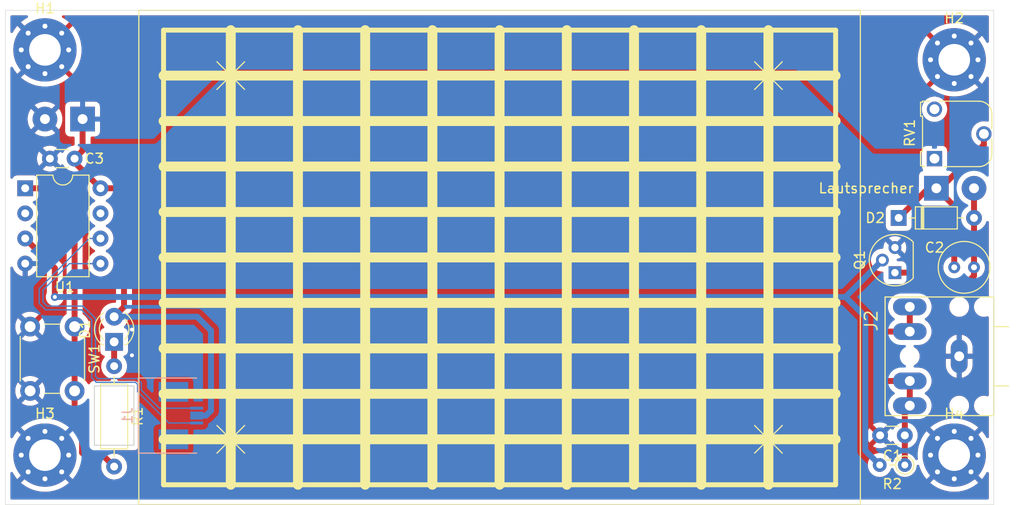
<source format=kicad_pcb>
(kicad_pcb (version 20190907) (host pcbnew "(5.99.0-371-g04edc6cef)")

  (general
    (thickness 1.6)
    (drawings 45)
    (tracks 88)
    (modules 19)
    (nets 14)
  )

  (page "A4")
  (layers
    (0 "F.Cu" signal)
    (31 "B.Cu" signal)
    (32 "B.Adhes" user)
    (33 "F.Adhes" user)
    (34 "B.Paste" user)
    (35 "F.Paste" user)
    (36 "B.SilkS" user)
    (37 "F.SilkS" user)
    (38 "B.Mask" user)
    (39 "F.Mask" user)
    (40 "Dwgs.User" user)
    (41 "Cmts.User" user)
    (42 "Eco1.User" user)
    (43 "Eco2.User" user)
    (44 "Edge.Cuts" user)
    (45 "Margin" user)
    (46 "B.CrtYd" user)
    (47 "F.CrtYd" user)
    (48 "B.Fab" user)
    (49 "F.Fab" user)
  )

  (setup
    (stackup
      (layer "F.SilkS" (type "Top Silk Screen"))
      (layer "F.Paste" (type "Top Solder Paste"))
      (layer "F.Mask" (type "Top Solder Mask") (color "Black") (thickness 0.01))
      (layer "F.Cu" (type "copper") (thickness 0.035))
      (layer "dielectric 1" (type "core") (thickness 1.51) (material "FR4") (epsilon_r 4.5) (loss_tangent 0.02))
      (layer "B.Cu" (type "copper") (thickness 0.035))
      (layer "B.Mask" (type "Bottom Solder Mask") (color "Black") (thickness 0.01))
      (layer "B.Paste" (type "Bottom Solder Paste"))
      (layer "B.SilkS" (type "Bottom Silk Screen"))
      (copper_finish "None")
      (dielectric_constraints no)
    )
    (last_trace_width 0.127)
    (user_trace_width 0.127)
    (user_trace_width 0.2)
    (user_trace_width 0.6)
    (trace_clearance 0.254)
    (zone_clearance 0.508)
    (zone_45_only no)
    (trace_min 0.127)
    (via_size 0.8)
    (via_drill 0.4)
    (via_min_size 0.6)
    (via_min_drill 0.3)
    (blind_buried_vias_allowed yes)
    (uvia_size 0.3)
    (uvia_drill 0.1)
    (uvias_allowed no)
    (uvia_min_size 0.2)
    (uvia_min_drill 0.1)
    (max_error 0.005)
    (defaults
      (edge_clearance 0.01)
      (edge_cuts_line_width 0.05)
      (courtyard_line_width 0.05)
      (copper_line_width 0.2)
      (copper_text_dims (size 1.5 1.5) (thickness 0.3))
      (silk_line_width 0.12)
      (silk_text_dims (size 1 1) (thickness 0.15))
      (other_layers_line_width 0.1)
      (other_layers_text_dims (size 1 1) (thickness 0.15))
    )
    (pad_size 1.524 1.524)
    (pad_drill 0.762)
    (pad_to_mask_clearance 0.051)
    (solder_mask_min_width 0.25)
    (aux_axis_origin 0 0)
    (grid_origin 100 50)
    (visible_elements 7FFFFFFF)
    (pcbplotparams
      (layerselection 0x010fc_ffffffff)
      (usegerberextensions false)
      (usegerberattributes false)
      (usegerberadvancedattributes false)
      (creategerberjobfile false)
      (excludeedgelayer true)
      (linewidth 0.100000)
      (plotframeref false)
      (viasonmask false)
      (mode 1)
      (useauxorigin false)
      (hpglpennumber 1)
      (hpglpenspeed 20)
      (hpglpendiameter 15.000000)
      (psnegative false)
      (psa4output false)
      (plotreference true)
      (plotvalue true)
      (plotinvisibletext false)
      (padsonsilk false)
      (subtractmaskfromsilk false)
      (outputformat 1)
      (mirror false)
      (drillshape 1)
      (scaleselection 1)
      (outputdirectory "")
    )
  )

  (net 0 "")
  (net 1 "GND")
  (net 2 "VDD")
  (net 3 "Net-(C1-Pad1)")
  (net 4 "Net-(C2-Pad2)")
  (net 5 "Net-(C2-Pad1)")
  (net 6 "Net-(D1-Pad1)")
  (net 7 "AUDIO")
  (net 8 "CALIBRATE")
  (net 9 "Net-(RV1-Pad3)")
  (net 10 "Net-(U1-Pad7)")
  (net 11 "Net-(U1-Pad2)")
  (net 12 "Y")
  (net 13 "X")

  (net_class "Default" "Dies ist die voreingestellte Netzklasse."
    (clearance 0.254)
    (trace_width 0.6)
    (via_dia 0.8)
    (via_drill 0.4)
    (uvia_dia 0.3)
    (uvia_drill 0.1)
  )

  (net_class "touch" ""
    (clearance 0.254)
    (trace_width 0.127)
    (via_dia 0.6)
    (via_drill 0.3)
    (uvia_dia 0.3)
    (uvia_drill 0.1)
    (add_net "AUDIO")
    (add_net "CALIBRATE")
    (add_net "GND")
    (add_net "Net-(C1-Pad1)")
    (add_net "Net-(C2-Pad1)")
    (add_net "Net-(C2-Pad2)")
    (add_net "Net-(D1-Pad1)")
    (add_net "Net-(RV1-Pad3)")
    (add_net "Net-(U1-Pad2)")
    (add_net "Net-(U1-Pad7)")
    (add_net "VDD")
    (add_net "X")
    (add_net "Y")
  )

  (module "Resistor_THT:R_Axial_DIN0207_L6.3mm_D2.5mm_P10.16mm_Horizontal" (layer "F.Cu") (tedit 5AE5139B) (tstamp 5DF64159)
    (at 111 86 -90)
    (descr "Resistor, Axial_DIN0207 series, Axial, Horizontal, pin pitch=10.16mm, 0.25W = 1/4W, length*diameter=6.3*2.5mm^2, http://cdn-reichelt.de/documents/datenblatt/B400/1_4W%23YAG.pdf")
    (tags "Resistor Axial_DIN0207 series Axial Horizontal pin pitch 10.16mm 0.25W = 1/4W length 6.3mm diameter 2.5mm")
    (path "/5DF6A5BB")
    (fp_text reference "R1" (at 5.08 -2.37 90) (layer "F.SilkS")
      (effects (font (size 1 1) (thickness 0.15)))
    )
    (fp_text value "330" (at 5.08 2.37 90) (layer "F.Fab")
      (effects (font (size 1 1) (thickness 0.15)))
    )
    (fp_line (start 1.93 -1.25) (end 1.93 1.25) (layer "F.Fab") (width 0.1))
    (fp_line (start 1.93 1.25) (end 8.23 1.25) (layer "F.Fab") (width 0.1))
    (fp_line (start 8.23 1.25) (end 8.23 -1.25) (layer "F.Fab") (width 0.1))
    (fp_line (start 8.23 -1.25) (end 1.93 -1.25) (layer "F.Fab") (width 0.1))
    (fp_line (start 0 0) (end 1.93 0) (layer "F.Fab") (width 0.1))
    (fp_line (start 10.16 0) (end 8.23 0) (layer "F.Fab") (width 0.1))
    (fp_line (start 1.81 -1.37) (end 1.81 1.37) (layer "F.SilkS") (width 0.12))
    (fp_line (start 1.81 1.37) (end 8.35 1.37) (layer "F.SilkS") (width 0.12))
    (fp_line (start 8.35 1.37) (end 8.35 -1.37) (layer "F.SilkS") (width 0.12))
    (fp_line (start 8.35 -1.37) (end 1.81 -1.37) (layer "F.SilkS") (width 0.12))
    (fp_line (start 1.04 0) (end 1.81 0) (layer "F.SilkS") (width 0.12))
    (fp_line (start 9.12 0) (end 8.35 0) (layer "F.SilkS") (width 0.12))
    (fp_line (start -1.05 -1.5) (end -1.05 1.5) (layer "F.CrtYd") (width 0.05))
    (fp_line (start -1.05 1.5) (end 11.21 1.5) (layer "F.CrtYd") (width 0.05))
    (fp_line (start 11.21 1.5) (end 11.21 -1.5) (layer "F.CrtYd") (width 0.05))
    (fp_line (start 11.21 -1.5) (end -1.05 -1.5) (layer "F.CrtYd") (width 0.05))
    (fp_text user "%R" (at 5.08 0 90) (layer "F.Fab")
      (effects (font (size 1 1) (thickness 0.15)))
    )
    (pad "2" thru_hole oval (at 10.16 0 270) (size 1.6 1.6) (drill 0.8) (layers *.Cu *.Mask)
      (net 8 "CALIBRATE"))
    (pad "1" thru_hole circle (at 0 0 270) (size 1.6 1.6) (drill 0.8) (layers *.Cu *.Mask)
      (net 6 "Net-(D1-Pad1)"))
    (model "${KISYS3DMOD}/Resistor_THT.3dshapes/R_Axial_DIN0207_L6.3mm_D2.5mm_P10.16mm_Horizontal.wrl"
      (at (xyz 0 0 0))
      (scale (xyz 1 1 1))
      (rotate (xyz 0 0 0))
    )
  )

  (module "synth_plate:Klinke-JC128" (layer "F.Cu") (tedit 5DF587AC) (tstamp 5DF60D3D)
    (at 200 85 180)
    (path "/5DFB6219")
    (attr virtual)
    (fp_text reference "J2" (at 12.4 3.6 90) (layer "F.SilkS")
      (effects (font (size 1.27 1.27) (thickness 0.15)))
    )
    (fp_text value "AudioJack2_Ground_Switch" (at 2 7.2) (layer "F.SilkS") hide
      (effects (font (size 1.27 1.27) (thickness 0.15)))
    )
    (fp_line (start 0 2.99974) (end -1.5 2.99974) (layer "F.SilkS") (width 0.127))
    (fp_line (start 0 -5.99948) (end 10.9982 -5.99948) (layer "F.SilkS") (width 0.127))
    (fp_line (start -1.5 -3) (end 0 -2.99974) (layer "F.SilkS") (width 0.127))
    (fp_line (start 0 5.99948) (end 0 -5.99948) (layer "F.SilkS") (width 0.127))
    (fp_line (start 10.9982 -5.99948) (end 10.9982 5.99948) (layer "F.SilkS") (width 0.127))
    (fp_line (start 10.9982 5.99948) (end 0 5.99948) (layer "F.SilkS") (width 0.127))
    (fp_circle (center 8.49884 0) (end 8.49884 -0.49784) (layer "Dwgs.User") (width 0.127))
    (fp_circle (center 0.99822 -4.99872) (end 0.99822 -5.49656) (layer "Dwgs.User") (width 0.127))
    (fp_circle (center 0.99822 4.99872) (end 0.99822 4.50088) (layer "Dwgs.User") (width 0.127))
    (fp_circle (center 3.49758 4.99872) (end 3.49758 4.50088) (layer "Dwgs.User") (width 0.127))
    (fp_circle (center 3.49758 -4.99872) (end 3.49758 -5.49656) (layer "Dwgs.User") (width 0.127))
    (fp_line (start -1.79832 -1.79832) (end -2.99974 -1.79832) (layer "Dwgs.User") (width 0.127))
    (fp_line (start -1.79832 1.79832) (end -1.79832 -1.79832) (layer "Dwgs.User") (width 0.127))
    (fp_line (start -2.99974 1.79832) (end -1.79832 1.79832) (layer "Dwgs.User") (width 0.127))
    (fp_line (start -2.99974 -2.99974) (end 0 -2.99974) (layer "Dwgs.User") (width 0.127))
    (fp_line (start -2.99974 2.99974) (end -2.99974 -2.99974) (layer "Dwgs.User") (width 0.127))
    (fp_line (start 0 2.99974) (end -2.99974 2.99974) (layer "Dwgs.User") (width 0.127))
    (fp_line (start 10.9982 5.99948) (end 0 5.99948) (layer "Dwgs.User") (width 0.127))
    (fp_line (start 10.9982 -5.99948) (end 10.9982 5.99948) (layer "Dwgs.User") (width 0.127))
    (fp_line (start 0 -5.99948) (end 10.9982 -5.99948) (layer "Dwgs.User") (width 0.127))
    (fp_line (start 0 5.99948) (end 0 -5.99948) (layer "Dwgs.User") (width 0.127))
    (pad "" np_thru_hole circle (at 8.49884 0 180) (size 1 1) (drill 1) (layers *.Cu *.Mask))
    (pad "" np_thru_hole circle (at 0.99822 4.99872 180) (size 1 1) (drill 1) (layers *.Cu *.Mask))
    (pad "" np_thru_hole circle (at 3.49758 4.99872 180) (size 1 1) (drill 1) (layers *.Cu *.Mask))
    (pad "" np_thru_hole circle (at 3.49758 -4.99872 180) (size 1 1) (drill 1) (layers *.Cu *.Mask))
    (pad "" np_thru_hole circle (at 0.99822 -4.99872 180) (size 1 1) (drill 1) (layers *.Cu *.Mask))
    (pad "S" thru_hole oval (at 8.49884 -4.99872 270) (size 1.69926 3.39852) (drill 0.99822) (layers *.Cu *.Paste *.Mask)
      (net 3 "Net-(C1-Pad1)"))
    (pad "SN" thru_hole oval (at 8.49884 -2.49936 270) (size 1.69926 3.39852) (drill 0.99822) (layers *.Cu *.Paste *.Mask)
      (net 3 "Net-(C1-Pad1)"))
    (pad "TN" thru_hole oval (at 8.49884 2.49936 270) (size 1.69926 3.39852) (drill 0.99822) (layers *.Cu *.Paste *.Mask)
      (net 3 "Net-(C1-Pad1)"))
    (pad "T" thru_hole oval (at 8.49884 4.99872 270) (size 1.69926 3.39852) (drill 0.99822) (layers *.Cu *.Paste *.Mask)
      (net 3 "Net-(C1-Pad1)"))
    (pad "G" thru_hole oval (at 3.49758 0) (size 1.69926 3.39852) (drill 0.99822) (layers *.Cu *.Paste *.Mask)
      (net 1 "GND"))
    (model "${KIPRJMOD}/synth_plate.pretty/JC-128.step"
      (offset (xyz 11 0 0))
      (scale (xyz 1 1 1))
      (rotate (xyz -90 0 180))
    )
  )

  (module "synth_plate:XKB_X05B20U04T" (layer "B.Cu") (tedit 5DF58751) (tstamp 5DF60D1A)
    (at 119.35 91 90)
    (path "/5DF61946")
    (fp_text reference "J1" (at 0 -7 90 unlocked) (layer "B.SilkS")
      (effects (font (size 1 1) (thickness 0.15)) (justify mirror))
    )
    (fp_text value "Conn_01x04_Female" (at 0 1.6 90 unlocked) (layer "B.Fab")
      (effects (font (size 1 1) (thickness 0.15)) (justify mirror))
    )
    (fp_line (start 3.8 -5.9) (end -3.8 -5.9) (layer "B.SilkS") (width 0.12))
    (fp_line (start -3.8 -5.9) (end -3.8 0) (layer "B.SilkS") (width 0.12))
    (fp_line (start 3.8 0) (end 3.8 -5.9) (layer "B.SilkS") (width 0.12))
    (pad "MNT" smd rect (at 2.4 -2.35 90) (size 2 3) (layers "B.Cu" "B.Paste" "B.Mask"))
    (pad "MNT" smd rect (at -2.4 -2.35 90) (size 2 3) (layers "B.Cu" "B.Paste" "B.Mask"))
    (pad "4" smd rect (at 0.75 0 90) (size 0.3 1.3) (layers "B.Cu" "B.Paste" "B.Mask")
      (net 12 "Y"))
    (pad "3" smd rect (at 0.25 0 90) (size 0.3 1.3) (layers "B.Cu" "B.Paste" "B.Mask")
      (net 2 "VDD"))
    (pad "2" smd rect (at -0.25 0 90) (size 0.3 1.3) (layers "B.Cu" "B.Paste" "B.Mask")
      (net 2 "VDD"))
    (pad "1" smd rect (at -0.75 0 90) (size 0.3 1.3) (layers "B.Cu" "B.Paste" "B.Mask")
      (net 13 "X"))
  )

  (module "Resistor_THT:R_Axial_DIN0204_L3.6mm_D1.6mm_P2.54mm_Vertical" (layer "F.Cu") (tedit 5AE5139B) (tstamp 5DF5C6B8)
    (at 191 96 180)
    (descr "Resistor, Axial_DIN0204 series, Axial, Vertical, pin pitch=2.54mm, 0.167W, length*diameter=3.6*1.6mm^2, http://cdn-reichelt.de/documents/datenblatt/B400/1_4W%23YAG.pdf")
    (tags "Resistor Axial_DIN0204 series Axial Vertical pin pitch 2.54mm 0.167W length 3.6mm diameter 1.6mm")
    (path "/5DF705B0")
    (fp_text reference "R2" (at 1.27 -1.92) (layer "F.SilkS")
      (effects (font (size 1 1) (thickness 0.15)))
    )
    (fp_text value "R_Small" (at 1.27 1.92) (layer "F.Fab")
      (effects (font (size 1 1) (thickness 0.15)))
    )
    (fp_circle (center 0 0) (end 0.8 0) (layer "F.Fab") (width 0.1))
    (fp_circle (center 0 0) (end 0.92 0) (layer "F.SilkS") (width 0.12))
    (fp_line (start 0 0) (end 2.54 0) (layer "F.Fab") (width 0.1))
    (fp_line (start 0.92 0) (end 1.54 0) (layer "F.SilkS") (width 0.12))
    (fp_line (start -1.05 -1.05) (end -1.05 1.05) (layer "F.CrtYd") (width 0.05))
    (fp_line (start -1.05 1.05) (end 3.49 1.05) (layer "F.CrtYd") (width 0.05))
    (fp_line (start 3.49 1.05) (end 3.49 -1.05) (layer "F.CrtYd") (width 0.05))
    (fp_line (start 3.49 -1.05) (end -1.05 -1.05) (layer "F.CrtYd") (width 0.05))
    (fp_text user "%R" (at 1.27 -1.92) (layer "F.Fab")
      (effects (font (size 1 1) (thickness 0.15)))
    )
    (pad "2" thru_hole oval (at 2.54 0 180) (size 1.4 1.4) (drill 0.7) (layers *.Cu *.Mask)
      (net 7 "AUDIO"))
    (pad "1" thru_hole circle (at 0 0 180) (size 1.4 1.4) (drill 0.7) (layers *.Cu *.Mask)
      (net 3 "Net-(C1-Pad1)"))
    (model "${KISYS3DMOD}/Resistor_THT.3dshapes/R_Axial_DIN0204_L3.6mm_D1.6mm_P2.54mm_Vertical.wrl"
      (at (xyz 0 0 0))
      (scale (xyz 1 1 1))
      (rotate (xyz 0 0 0))
    )
  )

  (module "Diode_THT:D_DO-35_SOD27_P7.62mm_Horizontal" (layer "F.Cu") (tedit 5AE50CD5) (tstamp 5DF633EE)
    (at 190.38 71)
    (descr "Diode, DO-35_SOD27 series, Axial, Horizontal, pin pitch=7.62mm, , length*diameter=4*2mm^2, , http://www.diodes.com/_files/packages/DO-35.pdf")
    (tags "Diode DO-35_SOD27 series Axial Horizontal pin pitch 7.62mm  length 4mm diameter 2mm")
    (path "/5DF7A920")
    (fp_text reference "D2" (at -2.38 0) (layer "F.SilkS")
      (effects (font (size 1 1) (thickness 0.15)))
    )
    (fp_text value "D" (at 3.81 2.12) (layer "F.Fab")
      (effects (font (size 1 1) (thickness 0.15)))
    )
    (fp_line (start 1.81 -1) (end 1.81 1) (layer "F.Fab") (width 0.1))
    (fp_line (start 1.81 1) (end 5.81 1) (layer "F.Fab") (width 0.1))
    (fp_line (start 5.81 1) (end 5.81 -1) (layer "F.Fab") (width 0.1))
    (fp_line (start 5.81 -1) (end 1.81 -1) (layer "F.Fab") (width 0.1))
    (fp_line (start 0 0) (end 1.81 0) (layer "F.Fab") (width 0.1))
    (fp_line (start 7.62 0) (end 5.81 0) (layer "F.Fab") (width 0.1))
    (fp_line (start 2.41 -1) (end 2.41 1) (layer "F.Fab") (width 0.1))
    (fp_line (start 2.51 -1) (end 2.51 1) (layer "F.Fab") (width 0.1))
    (fp_line (start 2.31 -1) (end 2.31 1) (layer "F.Fab") (width 0.1))
    (fp_line (start 1.69 -1.12) (end 1.69 1.12) (layer "F.SilkS") (width 0.12))
    (fp_line (start 1.69 1.12) (end 5.93 1.12) (layer "F.SilkS") (width 0.12))
    (fp_line (start 5.93 1.12) (end 5.93 -1.12) (layer "F.SilkS") (width 0.12))
    (fp_line (start 5.93 -1.12) (end 1.69 -1.12) (layer "F.SilkS") (width 0.12))
    (fp_line (start 1.04 0) (end 1.69 0) (layer "F.SilkS") (width 0.12))
    (fp_line (start 6.58 0) (end 5.93 0) (layer "F.SilkS") (width 0.12))
    (fp_line (start 2.41 -1.12) (end 2.41 1.12) (layer "F.SilkS") (width 0.12))
    (fp_line (start 2.53 -1.12) (end 2.53 1.12) (layer "F.SilkS") (width 0.12))
    (fp_line (start 2.29 -1.12) (end 2.29 1.12) (layer "F.SilkS") (width 0.12))
    (fp_line (start -1.05 -1.25) (end -1.05 1.25) (layer "F.CrtYd") (width 0.05))
    (fp_line (start -1.05 1.25) (end 8.67 1.25) (layer "F.CrtYd") (width 0.05))
    (fp_line (start 8.67 1.25) (end 8.67 -1.25) (layer "F.CrtYd") (width 0.05))
    (fp_line (start 8.67 -1.25) (end -1.05 -1.25) (layer "F.CrtYd") (width 0.05))
    (fp_text user "%R" (at 4.11 0) (layer "F.Fab")
      (effects (font (size 0.8 0.8) (thickness 0.12)))
    )
    (fp_text user "K" (at 0 -1.8) (layer "F.Fab")
      (effects (font (size 1 1) (thickness 0.15)))
    )
    (fp_text user "K" (at 0 -1.8) (layer "F.SilkS") hide
      (effects (font (size 1 1) (thickness 0.15)))
    )
    (pad "2" thru_hole oval (at 7.62 0) (size 1.6 1.6) (drill 0.8) (layers *.Cu *.Mask)
      (net 4 "Net-(C2-Pad2)"))
    (pad "1" thru_hole rect (at 0 0) (size 1.6 1.6) (drill 0.8) (layers *.Cu *.Mask)
      (net 5 "Net-(C2-Pad1)"))
    (model "${KISYS3DMOD}/Diode_THT.3dshapes/D_DO-35_SOD27_P7.62mm_Horizontal.wrl"
      (at (xyz 0 0 0))
      (scale (xyz 1 1 1))
      (rotate (xyz 0 0 0))
    )
  )

  (module "Capacitor_THT:C_Disc_D3.0mm_W1.6mm_P2.50mm" (layer "F.Cu") (tedit 5AE50EF0) (tstamp 5DF5F0B3)
    (at 107 65 180)
    (descr "C, Disc series, Radial, pin pitch=2.50mm, , diameter*width=3.0*1.6mm^2, Capacitor, http://www.vishay.com/docs/45233/krseries.pdf")
    (tags "C Disc series Radial pin pitch 2.50mm  diameter 3.0mm width 1.6mm Capacitor")
    (path "/5DFB1F1D")
    (fp_text reference "C3" (at -2 0) (layer "F.SilkS")
      (effects (font (size 1 1) (thickness 0.15)))
    )
    (fp_text value "100n" (at 1.25 2.05) (layer "F.Fab")
      (effects (font (size 1 1) (thickness 0.15)))
    )
    (fp_text user "%R" (at 1.25 0) (layer "F.Fab")
      (effects (font (size 0.6 0.6) (thickness 0.09)))
    )
    (fp_line (start 3.55 -1.05) (end -1.05 -1.05) (layer "F.CrtYd") (width 0.05))
    (fp_line (start 3.55 1.05) (end 3.55 -1.05) (layer "F.CrtYd") (width 0.05))
    (fp_line (start -1.05 1.05) (end 3.55 1.05) (layer "F.CrtYd") (width 0.05))
    (fp_line (start -1.05 -1.05) (end -1.05 1.05) (layer "F.CrtYd") (width 0.05))
    (fp_line (start 0.621 0.92) (end 1.879 0.92) (layer "F.SilkS") (width 0.12))
    (fp_line (start 0.621 -0.92) (end 1.879 -0.92) (layer "F.SilkS") (width 0.12))
    (fp_line (start 2.75 -0.8) (end -0.25 -0.8) (layer "F.Fab") (width 0.1))
    (fp_line (start 2.75 0.8) (end 2.75 -0.8) (layer "F.Fab") (width 0.1))
    (fp_line (start -0.25 0.8) (end 2.75 0.8) (layer "F.Fab") (width 0.1))
    (fp_line (start -0.25 -0.8) (end -0.25 0.8) (layer "F.Fab") (width 0.1))
    (pad "2" thru_hole circle (at 2.5 0 180) (size 1.6 1.6) (drill 0.8) (layers *.Cu *.Mask)
      (net 1 "GND"))
    (pad "1" thru_hole circle (at 0 0 180) (size 1.6 1.6) (drill 0.8) (layers *.Cu *.Mask)
      (net 2 "VDD"))
    (model "${KISYS3DMOD}/Capacitor_THT.3dshapes/C_Disc_D3.0mm_W1.6mm_P2.50mm.wrl"
      (at (xyz 0 0 0))
      (scale (xyz 1 1 1))
      (rotate (xyz 0 0 0))
    )
  )

  (module "Package_DIP:DIP-8_W7.62mm" (layer "F.Cu") (tedit 5A02E8C5) (tstamp 5DF5C71D)
    (at 102 68)
    (descr "8-lead though-hole mounted DIP package, row spacing 7.62 mm (300 mils)")
    (tags "THT DIP DIL PDIP 2.54mm 7.62mm 300mil")
    (path "/5DF5743E")
    (fp_text reference "U1" (at 4 10) (layer "F.SilkS")
      (effects (font (size 1 1) (thickness 0.15)))
    )
    (fp_text value "ATtiny13A-PU" (at 3.81 9.95) (layer "F.Fab")
      (effects (font (size 1 1) (thickness 0.15)))
    )
    (fp_text user "%R" (at 3.81 3.81) (layer "F.Fab")
      (effects (font (size 1 1) (thickness 0.15)))
    )
    (fp_line (start 8.7 -1.55) (end -1.1 -1.55) (layer "F.CrtYd") (width 0.05))
    (fp_line (start 8.7 9.15) (end 8.7 -1.55) (layer "F.CrtYd") (width 0.05))
    (fp_line (start -1.1 9.15) (end 8.7 9.15) (layer "F.CrtYd") (width 0.05))
    (fp_line (start -1.1 -1.55) (end -1.1 9.15) (layer "F.CrtYd") (width 0.05))
    (fp_line (start 6.46 -1.33) (end 4.81 -1.33) (layer "F.SilkS") (width 0.12))
    (fp_line (start 6.46 8.95) (end 6.46 -1.33) (layer "F.SilkS") (width 0.12))
    (fp_line (start 1.16 8.95) (end 6.46 8.95) (layer "F.SilkS") (width 0.12))
    (fp_line (start 1.16 -1.33) (end 1.16 8.95) (layer "F.SilkS") (width 0.12))
    (fp_line (start 2.81 -1.33) (end 1.16 -1.33) (layer "F.SilkS") (width 0.12))
    (fp_line (start 0.635 -0.27) (end 1.635 -1.27) (layer "F.Fab") (width 0.1))
    (fp_line (start 0.635 8.89) (end 0.635 -0.27) (layer "F.Fab") (width 0.1))
    (fp_line (start 6.985 8.89) (end 0.635 8.89) (layer "F.Fab") (width 0.1))
    (fp_line (start 6.985 -1.27) (end 6.985 8.89) (layer "F.Fab") (width 0.1))
    (fp_line (start 1.635 -1.27) (end 6.985 -1.27) (layer "F.Fab") (width 0.1))
    (fp_arc (start 3.81 -1.33) (end 2.81 -1.33) (angle -180) (layer "F.SilkS") (width 0.12))
    (pad "8" thru_hole oval (at 7.62 0) (size 1.6 1.6) (drill 0.8) (layers *.Cu *.Mask)
      (net 2 "VDD"))
    (pad "4" thru_hole oval (at 0 7.62) (size 1.6 1.6) (drill 0.8) (layers *.Cu *.Mask)
      (net 1 "GND"))
    (pad "7" thru_hole oval (at 7.62 2.54) (size 1.6 1.6) (drill 0.8) (layers *.Cu *.Mask)
      (net 10 "Net-(U1-Pad7)"))
    (pad "3" thru_hole oval (at 0 5.08) (size 1.6 1.6) (drill 0.8) (layers *.Cu *.Mask)
      (net 7 "AUDIO"))
    (pad "6" thru_hole oval (at 7.62 5.08) (size 1.6 1.6) (drill 0.8) (layers *.Cu *.Mask)
      (net 13 "X"))
    (pad "2" thru_hole oval (at 0 2.54) (size 1.6 1.6) (drill 0.8) (layers *.Cu *.Mask)
      (net 11 "Net-(U1-Pad2)"))
    (pad "5" thru_hole oval (at 7.62 7.62) (size 1.6 1.6) (drill 0.8) (layers *.Cu *.Mask)
      (net 12 "Y"))
    (pad "1" thru_hole rect (at 0 0) (size 1.6 1.6) (drill 0.8) (layers *.Cu *.Mask)
      (net 8 "CALIBRATE"))
    (model "${KISYS3DMOD}/Package_DIP.3dshapes/DIP-8_W7.62mm.wrl"
      (at (xyz 0 0 0))
      (scale (xyz 1 1 1))
      (rotate (xyz 0 0 0))
    )
  )

  (module "Button_Switch_THT:SW_PUSH_6mm" (layer "F.Cu") (tedit 5A02FE31) (tstamp 5DF63B95)
    (at 107 82 -90)
    (descr "https://www.omron.com/ecb/products/pdf/en-b3f.pdf")
    (tags "tact sw push 6mm")
    (path "/5DF649D3")
    (fp_text reference "SW1" (at 3.25 -2 -270) (layer "F.SilkS")
      (effects (font (size 1 1) (thickness 0.15)))
    )
    (fp_text value "SW_Push" (at 3.75 6.7 -270) (layer "F.Fab")
      (effects (font (size 1 1) (thickness 0.15)))
    )
    (fp_circle (center 3.25 2.25) (end 1.25 2.5) (layer "F.Fab") (width 0.1))
    (fp_line (start 6.75 3) (end 6.75 1.5) (layer "F.SilkS") (width 0.12))
    (fp_line (start 5.5 -1) (end 1 -1) (layer "F.SilkS") (width 0.12))
    (fp_line (start -0.25 1.5) (end -0.25 3) (layer "F.SilkS") (width 0.12))
    (fp_line (start 1 5.5) (end 5.5 5.5) (layer "F.SilkS") (width 0.12))
    (fp_line (start 8 -1.25) (end 8 5.75) (layer "F.CrtYd") (width 0.05))
    (fp_line (start 7.75 6) (end -1.25 6) (layer "F.CrtYd") (width 0.05))
    (fp_line (start -1.5 5.75) (end -1.5 -1.25) (layer "F.CrtYd") (width 0.05))
    (fp_line (start -1.25 -1.5) (end 7.75 -1.5) (layer "F.CrtYd") (width 0.05))
    (fp_line (start -1.5 6) (end -1.25 6) (layer "F.CrtYd") (width 0.05))
    (fp_line (start -1.5 5.75) (end -1.5 6) (layer "F.CrtYd") (width 0.05))
    (fp_line (start -1.5 -1.5) (end -1.25 -1.5) (layer "F.CrtYd") (width 0.05))
    (fp_line (start -1.5 -1.25) (end -1.5 -1.5) (layer "F.CrtYd") (width 0.05))
    (fp_line (start 8 -1.5) (end 8 -1.25) (layer "F.CrtYd") (width 0.05))
    (fp_line (start 7.75 -1.5) (end 8 -1.5) (layer "F.CrtYd") (width 0.05))
    (fp_line (start 8 6) (end 8 5.75) (layer "F.CrtYd") (width 0.05))
    (fp_line (start 7.75 6) (end 8 6) (layer "F.CrtYd") (width 0.05))
    (fp_line (start 0.25 -0.75) (end 3.25 -0.75) (layer "F.Fab") (width 0.1))
    (fp_line (start 0.25 5.25) (end 0.25 -0.75) (layer "F.Fab") (width 0.1))
    (fp_line (start 6.25 5.25) (end 0.25 5.25) (layer "F.Fab") (width 0.1))
    (fp_line (start 6.25 -0.75) (end 6.25 5.25) (layer "F.Fab") (width 0.1))
    (fp_line (start 3.25 -0.75) (end 6.25 -0.75) (layer "F.Fab") (width 0.1))
    (fp_text user "%R" (at 3.25 2.25 -270) (layer "F.Fab")
      (effects (font (size 1 1) (thickness 0.15)))
    )
    (pad "1" thru_hole circle (at 6.5 0) (size 2 2) (drill 1.1) (layers *.Cu *.Mask)
      (net 8 "CALIBRATE"))
    (pad "2" thru_hole circle (at 6.5 4.5) (size 2 2) (drill 1.1) (layers *.Cu *.Mask)
      (net 1 "GND"))
    (pad "1" thru_hole circle (at 0 0) (size 2 2) (drill 1.1) (layers *.Cu *.Mask)
      (net 8 "CALIBRATE"))
    (pad "2" thru_hole circle (at 0 4.5) (size 2 2) (drill 1.1) (layers *.Cu *.Mask)
      (net 1 "GND"))
    (model "${KISYS3DMOD}/Button_Switch_THT.3dshapes/SW_PUSH_6mm.wrl"
      (at (xyz 0 0 0))
      (scale (xyz 1 1 1))
      (rotate (xyz 0 0 0))
    )
  )

  (module "Potentiometer_THT:Potentiometer_Runtron_RM-065_Vertical" (layer "F.Cu") (tedit 5BF6754C) (tstamp 5DF630F2)
    (at 194 65 90)
    (descr "Potentiometer, vertical, Trimmer, RM-065 http://www.runtron.com/down/PDF%20Datasheet/Carbon%20Film%20Potentiometer/RM065%20RM063.pdf")
    (tags "Potentiometer Trimmer RM-065")
    (path "/5DFADF32")
    (fp_text reference "RV1" (at 2.6 -2.5 90) (layer "F.SilkS")
      (effects (font (size 1 1) (thickness 0.15)))
    )
    (fp_text value "R_POT" (at 2.6 7.4 90) (layer "F.Fab")
      (effects (font (size 1 1) (thickness 0.15)))
    )
    (fp_line (start -0.71 -1.41) (end 0.71 -1.41) (layer "F.SilkS") (width 0.12))
    (fp_line (start 0.71 -1.21) (end 4.29 -1.21) (layer "F.SilkS") (width 0.12))
    (fp_line (start 4.29 -1.21) (end 4.29 -1.41) (layer "F.SilkS") (width 0.12))
    (fp_line (start 4.29 -1.41) (end 5.71 -1.41) (layer "F.SilkS") (width 0.12))
    (fp_line (start 5.71 -1.41) (end 5.71 -1.21) (layer "F.SilkS") (width 0.12))
    (fp_line (start 1.99 5.81) (end 0.5 5.81) (layer "F.SilkS") (width 0.12))
    (fp_line (start -0.81 4.5) (end -0.81 0.96) (layer "F.SilkS") (width 0.12))
    (fp_line (start 5.81 0.52) (end 5.81 4.5) (layer "F.SilkS") (width 0.12))
    (fp_line (start 4.5 5.81) (end 3.01 5.81) (layer "F.SilkS") (width 0.12))
    (fp_line (start 0.5 5.7) (end 4.5 5.7) (layer "F.Fab") (width 0.1))
    (fp_line (start 5.7 4.5) (end 5.7 -1.1) (layer "F.Fab") (width 0.1))
    (fp_line (start -0.7 4.5) (end -0.7 -1.1) (layer "F.Fab") (width 0.1))
    (fp_line (start -0.6 -1.1) (end -0.6 -1.3) (layer "F.Fab") (width 0.1))
    (fp_line (start -0.6 -1.3) (end 0.6 -1.3) (layer "F.Fab") (width 0.1))
    (fp_line (start 0.6 -1.3) (end 0.6 -1.1) (layer "F.Fab") (width 0.1))
    (fp_line (start 5.6 -1.1) (end 5.6 -1.3) (layer "F.Fab") (width 0.1))
    (fp_line (start 5.6 -1.3) (end 4.41 -1.3) (layer "F.Fab") (width 0.1))
    (fp_line (start 4.4 -1.3) (end 4.4 -1.1) (layer "F.Fab") (width 0.1))
    (fp_line (start 5.7 -1.1) (end -0.7 -1.1) (layer "F.Fab") (width 0.1))
    (fp_line (start 6.05 6.03) (end -1.05 6.03) (layer "F.CrtYd") (width 0.05))
    (fp_line (start 6.03 6.05) (end 6.03 -1.55) (layer "F.CrtYd") (width 0.05))
    (fp_line (start -1.03 -1.55) (end -1.03 6.05) (layer "F.CrtYd") (width 0.05))
    (fp_line (start -1.03 -1.55) (end 6.03 -1.55) (layer "F.CrtYd") (width 0.05))
    (fp_circle (center 2.5 2.5) (end 5.5 2.5) (layer "F.Fab") (width 0.1))
    (fp_text user "%R" (at 2.5 2.5 90) (layer "F.Fab")
      (effects (font (size 1 1) (thickness 0.15)))
    )
    (fp_arc (start 4.5 4.5) (end 4.5 5.7) (angle -90) (layer "F.Fab") (width 0.1))
    (fp_arc (start 0.5 4.5) (end -0.7 4.5) (angle -90) (layer "F.Fab") (width 0.1))
    (fp_arc (start 0.5 4.5) (end -0.81 4.5) (angle -90) (layer "F.SilkS") (width 0.12))
    (fp_arc (start 4.5 4.5) (end 4.5 5.81) (angle -90) (layer "F.SilkS") (width 0.12))
    (fp_line (start 0.71 -1.21) (end 0.71 -1.41) (layer "F.SilkS") (width 0.12))
    (fp_line (start -0.71 -1.41) (end -0.71 -1.21) (layer "F.SilkS") (width 0.12))
    (fp_line (start -0.71 -1.21) (end -0.81 -1.21) (layer "F.SilkS") (width 0.12))
    (fp_line (start -0.81 -1.21) (end -0.81 -0.96) (layer "F.SilkS") (width 0.12))
    (fp_line (start 5.71 -1.21) (end 5.81 -1.21) (layer "F.SilkS") (width 0.12))
    (fp_line (start 5.81 -1.21) (end 5.81 -0.52) (layer "F.SilkS") (width 0.12))
    (pad "2" thru_hole circle (at 2.5 5 90) (size 1.55 1.55) (drill 1) (layers *.Cu *.Mask)
      (net 5 "Net-(C2-Pad1)"))
    (pad "1" thru_hole rect (at 0 0 90) (size 1.55 1.55) (drill 1) (layers *.Cu *.Mask)
      (net 2 "VDD"))
    (pad "3" thru_hole circle (at 5 0 90) (size 1.55 1.55) (drill 1) (layers *.Cu *.Mask)
      (net 9 "Net-(RV1-Pad3)"))
    (model "${KISYS3DMOD}/Potentiometer_THT.3dshapes/Potentiometer_Runtron_RM-065_Vertical.wrl"
      (at (xyz 0 0 0))
      (scale (xyz 1 1 1))
      (rotate (xyz 0 0 0))
    )
  )

  (module "Package_TO_SOT_THT:TO-92" (layer "F.Cu") (tedit 5A279852) (tstamp 5DF5C692)
    (at 190 76.54 90)
    (descr "TO-92 leads molded, narrow, drill 0.75mm (see NXP sot054_po.pdf)")
    (tags "to-92 sc-43 sc-43a sot54 PA33 transistor")
    (path "/5DF77FFB")
    (fp_text reference "Q1" (at 1.27 -3.56 90) (layer "F.SilkS")
      (effects (font (size 1 1) (thickness 0.15)))
    )
    (fp_text value "Q_NMOS_DGS" (at 1.27 2.79 90) (layer "F.Fab")
      (effects (font (size 1 1) (thickness 0.15)))
    )
    (fp_arc (start 1.27 0) (end 1.27 -2.6) (angle 135) (layer "F.SilkS") (width 0.12))
    (fp_arc (start 1.27 0) (end 1.27 -2.48) (angle -135) (layer "F.Fab") (width 0.1))
    (fp_arc (start 1.27 0) (end 1.27 -2.6) (angle -135) (layer "F.SilkS") (width 0.12))
    (fp_arc (start 1.27 0) (end 1.27 -2.48) (angle 135) (layer "F.Fab") (width 0.1))
    (fp_line (start 4 2.01) (end -1.46 2.01) (layer "F.CrtYd") (width 0.05))
    (fp_line (start 4 2.01) (end 4 -2.73) (layer "F.CrtYd") (width 0.05))
    (fp_line (start -1.46 -2.73) (end -1.46 2.01) (layer "F.CrtYd") (width 0.05))
    (fp_line (start -1.46 -2.73) (end 4 -2.73) (layer "F.CrtYd") (width 0.05))
    (fp_line (start -0.5 1.75) (end 3 1.75) (layer "F.Fab") (width 0.1))
    (fp_line (start -0.53 1.85) (end 3.07 1.85) (layer "F.SilkS") (width 0.12))
    (fp_text user "%R" (at 1.27 -3.56 90) (layer "F.Fab")
      (effects (font (size 1 1) (thickness 0.15)))
    )
    (pad "1" thru_hole rect (at 0 0 180) (size 1.3 1.3) (drill 0.75) (layers *.Cu *.Mask)
      (net 4 "Net-(C2-Pad2)"))
    (pad "3" thru_hole circle (at 2.54 0 180) (size 1.3 1.3) (drill 0.75) (layers *.Cu *.Mask)
      (net 1 "GND"))
    (pad "2" thru_hole circle (at 1.27 -1.27 180) (size 1.3 1.3) (drill 0.75) (layers *.Cu *.Mask)
      (net 7 "AUDIO"))
    (model "${KISYS3DMOD}/Package_TO_SOT_THT.3dshapes/TO-92.wrl"
      (at (xyz 0 0 0))
      (scale (xyz 1 1 1))
      (rotate (xyz 0 0 0))
    )
  )

  (module "Connector_Wire:SolderWirePad_1x02_P3.81mm_Drill1mm" (layer "F.Cu") (tedit 5AEE5F04) (tstamp 5DF5C680)
    (at 194.19 68)
    (descr "Wire solder connection")
    (tags "connector")
    (path "/5DF7D3C5")
    (attr virtual)
    (fp_text reference "LS1" (at 1.905 -3.81) (layer "F.SilkS") hide
      (effects (font (size 1 1) (thickness 0.15)))
    )
    (fp_text value "Speaker" (at 1.905 3.81) (layer "F.Fab")
      (effects (font (size 1 1) (thickness 0.15)))
    )
    (fp_line (start 5.56 1.75) (end -1.74 1.75) (layer "F.CrtYd") (width 0.05))
    (fp_line (start 5.56 1.75) (end 5.56 -1.75) (layer "F.CrtYd") (width 0.05))
    (fp_line (start -1.74 -1.75) (end -1.74 1.75) (layer "F.CrtYd") (width 0.05))
    (fp_line (start -1.74 -1.75) (end 5.56 -1.75) (layer "F.CrtYd") (width 0.05))
    (fp_text user "%R" (at 1.905 0) (layer "F.Fab")
      (effects (font (size 1 1) (thickness 0.15)))
    )
    (pad "2" thru_hole circle (at 3.81 0) (size 2.49936 2.49936) (drill 1.00076) (layers *.Cu *.Mask)
      (net 4 "Net-(C2-Pad2)"))
    (pad "1" thru_hole rect (at 0 0) (size 2.49936 2.49936) (drill 1.00076) (layers *.Cu *.Mask)
      (net 5 "Net-(C2-Pad1)"))
  )

  (module "MountingHole:MountingHole_3.2mm_M3_Pad_Via" (layer "F.Cu") (tedit 56DDBCCA) (tstamp 5DF5C675)
    (at 196 95)
    (descr "Mounting Hole 3.2mm, M3")
    (tags "mounting hole 3.2mm m3")
    (path "/5DF9BE04")
    (attr virtual)
    (fp_text reference "H4" (at 0 -4.2) (layer "F.SilkS")
      (effects (font (size 1 1) (thickness 0.15)))
    )
    (fp_text value "M3" (at 0 4.2) (layer "F.Fab")
      (effects (font (size 1 1) (thickness 0.15)))
    )
    (fp_circle (center 0 0) (end 3.45 0) (layer "F.CrtYd") (width 0.05))
    (fp_circle (center 0 0) (end 3.2 0) (layer "Cmts.User") (width 0.15))
    (fp_text user "%R" (at 0.3 0) (layer "F.Fab")
      (effects (font (size 1 1) (thickness 0.15)))
    )
    (pad "1" thru_hole circle (at 1.697056 -1.697056) (size 0.8 0.8) (drill 0.5) (layers *.Cu *.Mask)
      (net 1 "GND"))
    (pad "1" thru_hole circle (at 0 -2.4) (size 0.8 0.8) (drill 0.5) (layers *.Cu *.Mask)
      (net 1 "GND"))
    (pad "1" thru_hole circle (at -1.697056 -1.697056) (size 0.8 0.8) (drill 0.5) (layers *.Cu *.Mask)
      (net 1 "GND"))
    (pad "1" thru_hole circle (at -2.4 0) (size 0.8 0.8) (drill 0.5) (layers *.Cu *.Mask)
      (net 1 "GND"))
    (pad "1" thru_hole circle (at -1.697056 1.697056) (size 0.8 0.8) (drill 0.5) (layers *.Cu *.Mask)
      (net 1 "GND"))
    (pad "1" thru_hole circle (at 0 2.4) (size 0.8 0.8) (drill 0.5) (layers *.Cu *.Mask)
      (net 1 "GND"))
    (pad "1" thru_hole circle (at 1.697056 1.697056) (size 0.8 0.8) (drill 0.5) (layers *.Cu *.Mask)
      (net 1 "GND"))
    (pad "1" thru_hole circle (at 2.4 0) (size 0.8 0.8) (drill 0.5) (layers *.Cu *.Mask)
      (net 1 "GND"))
    (pad "1" thru_hole circle (at 0 0) (size 6.4 6.4) (drill 3.2) (layers *.Cu *.Mask)
      (net 1 "GND"))
  )

  (module "MountingHole:MountingHole_3.2mm_M3_Pad_Via" (layer "F.Cu") (tedit 56DDBCCA) (tstamp 5DF5C665)
    (at 104 95)
    (descr "Mounting Hole 3.2mm, M3")
    (tags "mounting hole 3.2mm m3")
    (path "/5DF9BB6B")
    (attr virtual)
    (fp_text reference "H3" (at 0 -4.2) (layer "F.SilkS")
      (effects (font (size 1 1) (thickness 0.15)))
    )
    (fp_text value "M3" (at 0 4.2) (layer "F.Fab")
      (effects (font (size 1 1) (thickness 0.15)))
    )
    (fp_circle (center 0 0) (end 3.45 0) (layer "F.CrtYd") (width 0.05))
    (fp_circle (center 0 0) (end 3.2 0) (layer "Cmts.User") (width 0.15))
    (fp_text user "%R" (at 0.3 0) (layer "F.Fab")
      (effects (font (size 1 1) (thickness 0.15)))
    )
    (pad "1" thru_hole circle (at 1.697056 -1.697056) (size 0.8 0.8) (drill 0.5) (layers *.Cu *.Mask)
      (net 1 "GND"))
    (pad "1" thru_hole circle (at 0 -2.4) (size 0.8 0.8) (drill 0.5) (layers *.Cu *.Mask)
      (net 1 "GND"))
    (pad "1" thru_hole circle (at -1.697056 -1.697056) (size 0.8 0.8) (drill 0.5) (layers *.Cu *.Mask)
      (net 1 "GND"))
    (pad "1" thru_hole circle (at -2.4 0) (size 0.8 0.8) (drill 0.5) (layers *.Cu *.Mask)
      (net 1 "GND"))
    (pad "1" thru_hole circle (at -1.697056 1.697056) (size 0.8 0.8) (drill 0.5) (layers *.Cu *.Mask)
      (net 1 "GND"))
    (pad "1" thru_hole circle (at 0 2.4) (size 0.8 0.8) (drill 0.5) (layers *.Cu *.Mask)
      (net 1 "GND"))
    (pad "1" thru_hole circle (at 1.697056 1.697056) (size 0.8 0.8) (drill 0.5) (layers *.Cu *.Mask)
      (net 1 "GND"))
    (pad "1" thru_hole circle (at 2.4 0) (size 0.8 0.8) (drill 0.5) (layers *.Cu *.Mask)
      (net 1 "GND"))
    (pad "1" thru_hole circle (at 0 0) (size 6.4 6.4) (drill 3.2) (layers *.Cu *.Mask)
      (net 1 "GND"))
  )

  (module "MountingHole:MountingHole_3.2mm_M3_Pad_Via" (layer "F.Cu") (tedit 56DDBCCA) (tstamp 5DF5C655)
    (at 196 55)
    (descr "Mounting Hole 3.2mm, M3")
    (tags "mounting hole 3.2mm m3")
    (path "/5DFA1189")
    (attr virtual)
    (fp_text reference "H2" (at 0 -4.2) (layer "F.SilkS")
      (effects (font (size 1 1) (thickness 0.15)))
    )
    (fp_text value "M3" (at 0 4.2) (layer "F.Fab")
      (effects (font (size 1 1) (thickness 0.15)))
    )
    (fp_circle (center 0 0) (end 3.45 0) (layer "F.CrtYd") (width 0.05))
    (fp_circle (center 0 0) (end 3.2 0) (layer "Cmts.User") (width 0.15))
    (fp_text user "%R" (at 0.3 0) (layer "F.Fab")
      (effects (font (size 1 1) (thickness 0.15)))
    )
    (pad "1" thru_hole circle (at 1.697056 -1.697056) (size 0.8 0.8) (drill 0.5) (layers *.Cu *.Mask)
      (net 1 "GND"))
    (pad "1" thru_hole circle (at 0 -2.4) (size 0.8 0.8) (drill 0.5) (layers *.Cu *.Mask)
      (net 1 "GND"))
    (pad "1" thru_hole circle (at -1.697056 -1.697056) (size 0.8 0.8) (drill 0.5) (layers *.Cu *.Mask)
      (net 1 "GND"))
    (pad "1" thru_hole circle (at -2.4 0) (size 0.8 0.8) (drill 0.5) (layers *.Cu *.Mask)
      (net 1 "GND"))
    (pad "1" thru_hole circle (at -1.697056 1.697056) (size 0.8 0.8) (drill 0.5) (layers *.Cu *.Mask)
      (net 1 "GND"))
    (pad "1" thru_hole circle (at 0 2.4) (size 0.8 0.8) (drill 0.5) (layers *.Cu *.Mask)
      (net 1 "GND"))
    (pad "1" thru_hole circle (at 1.697056 1.697056) (size 0.8 0.8) (drill 0.5) (layers *.Cu *.Mask)
      (net 1 "GND"))
    (pad "1" thru_hole circle (at 2.4 0) (size 0.8 0.8) (drill 0.5) (layers *.Cu *.Mask)
      (net 1 "GND"))
    (pad "1" thru_hole circle (at 0 0) (size 6.4 6.4) (drill 3.2) (layers *.Cu *.Mask)
      (net 1 "GND"))
  )

  (module "MountingHole:MountingHole_3.2mm_M3_Pad_Via" (layer "F.Cu") (tedit 56DDBCCA) (tstamp 5DF5C645)
    (at 104 54)
    (descr "Mounting Hole 3.2mm, M3")
    (tags "mounting hole 3.2mm m3")
    (path "/5DF9AC6D")
    (attr virtual)
    (fp_text reference "H1" (at 0 -4.2) (layer "F.SilkS")
      (effects (font (size 1 1) (thickness 0.15)))
    )
    (fp_text value "M3" (at 0 4.2) (layer "F.Fab")
      (effects (font (size 1 1) (thickness 0.15)))
    )
    (fp_circle (center 0 0) (end 3.45 0) (layer "F.CrtYd") (width 0.05))
    (fp_circle (center 0 0) (end 3.2 0) (layer "Cmts.User") (width 0.15))
    (fp_text user "%R" (at 0.3 0) (layer "F.Fab")
      (effects (font (size 1 1) (thickness 0.15)))
    )
    (pad "1" thru_hole circle (at 1.697056 -1.697056) (size 0.8 0.8) (drill 0.5) (layers *.Cu *.Mask)
      (net 1 "GND"))
    (pad "1" thru_hole circle (at 0 -2.4) (size 0.8 0.8) (drill 0.5) (layers *.Cu *.Mask)
      (net 1 "GND"))
    (pad "1" thru_hole circle (at -1.697056 -1.697056) (size 0.8 0.8) (drill 0.5) (layers *.Cu *.Mask)
      (net 1 "GND"))
    (pad "1" thru_hole circle (at -2.4 0) (size 0.8 0.8) (drill 0.5) (layers *.Cu *.Mask)
      (net 1 "GND"))
    (pad "1" thru_hole circle (at -1.697056 1.697056) (size 0.8 0.8) (drill 0.5) (layers *.Cu *.Mask)
      (net 1 "GND"))
    (pad "1" thru_hole circle (at 0 2.4) (size 0.8 0.8) (drill 0.5) (layers *.Cu *.Mask)
      (net 1 "GND"))
    (pad "1" thru_hole circle (at 1.697056 1.697056) (size 0.8 0.8) (drill 0.5) (layers *.Cu *.Mask)
      (net 1 "GND"))
    (pad "1" thru_hole circle (at 2.4 0) (size 0.8 0.8) (drill 0.5) (layers *.Cu *.Mask)
      (net 1 "GND"))
    (pad "1" thru_hole circle (at 0 0) (size 6.4 6.4) (drill 3.2) (layers *.Cu *.Mask)
      (net 1 "GND"))
  )

  (module "LED_THT:LED_D3.0mm" (layer "F.Cu") (tedit 587A3A7B) (tstamp 5DF5FA40)
    (at 111 83.54 90)
    (descr "LED, diameter 3.0mm, 2 pins")
    (tags "LED diameter 3.0mm 2 pins")
    (path "/5DF67AA5")
    (fp_text reference "D1" (at 1.27 -2.96 90) (layer "F.SilkS")
      (effects (font (size 1 1) (thickness 0.15)))
    )
    (fp_text value "LED" (at 1.27 2.96 90) (layer "F.Fab")
      (effects (font (size 1 1) (thickness 0.15)))
    )
    (fp_line (start 3.7 -2.25) (end -1.15 -2.25) (layer "F.CrtYd") (width 0.05))
    (fp_line (start 3.7 2.25) (end 3.7 -2.25) (layer "F.CrtYd") (width 0.05))
    (fp_line (start -1.15 2.25) (end 3.7 2.25) (layer "F.CrtYd") (width 0.05))
    (fp_line (start -1.15 -2.25) (end -1.15 2.25) (layer "F.CrtYd") (width 0.05))
    (fp_line (start -0.29 1.08) (end -0.29 1.236) (layer "F.SilkS") (width 0.12))
    (fp_line (start -0.29 -1.236) (end -0.29 -1.08) (layer "F.SilkS") (width 0.12))
    (fp_line (start -0.23 -1.16619) (end -0.23 1.16619) (layer "F.Fab") (width 0.1))
    (fp_circle (center 1.27 0) (end 2.77 0) (layer "F.Fab") (width 0.1))
    (fp_arc (start 1.27 0) (end 0.229039 1.08) (angle -87.9) (layer "F.SilkS") (width 0.12))
    (fp_arc (start 1.27 0) (end 0.229039 -1.08) (angle 87.9) (layer "F.SilkS") (width 0.12))
    (fp_arc (start 1.27 0) (end -0.29 1.235516) (angle -108.8) (layer "F.SilkS") (width 0.12))
    (fp_arc (start 1.27 0) (end -0.29 -1.235516) (angle 108.8) (layer "F.SilkS") (width 0.12))
    (fp_arc (start 1.27 0) (end -0.23 -1.16619) (angle 284.3) (layer "F.Fab") (width 0.1))
    (pad "2" thru_hole circle (at 2.54 0 90) (size 1.8 1.8) (drill 0.9) (layers *.Cu *.Mask)
      (net 2 "VDD"))
    (pad "1" thru_hole rect (at 0 0 90) (size 1.8 1.8) (drill 0.9) (layers *.Cu *.Mask)
      (net 6 "Net-(D1-Pad1)"))
    (model "${KISYS3DMOD}/LED_THT.3dshapes/LED_D3.0mm.wrl"
      (at (xyz 0 0 0))
      (scale (xyz 1 1 1))
      (rotate (xyz 0 0 0))
    )
  )

  (module "Capacitor_THT:C_Radial_D5.0mm_H5.0mm_P2.00mm" (layer "F.Cu") (tedit 5BC5C9B9) (tstamp 5DF5C603)
    (at 196 76)
    (descr "C, Radial series, Radial, pin pitch=2.00mm, diameter=5mm, height=5mm, Non-Polar Electrolytic Capacitor")
    (tags "C Radial series Radial pin pitch 2.00mm diameter 5mm height 5mm Non-Polar Electrolytic Capacitor")
    (path "/5DF8C54D")
    (fp_text reference "C2" (at -2 -2) (layer "F.SilkS")
      (effects (font (size 1 1) (thickness 0.15)))
    )
    (fp_text value "10u" (at 1 3.75) (layer "F.Fab")
      (effects (font (size 1 1) (thickness 0.15)))
    )
    (fp_text user "%R" (at 1 0) (layer "F.Fab")
      (effects (font (size 1 1) (thickness 0.15)))
    )
    (fp_circle (center 1 0) (end 3.75 0) (layer "F.CrtYd") (width 0.05))
    (fp_circle (center 1 0) (end 3.62 0) (layer "F.SilkS") (width 0.12))
    (fp_circle (center 1 0) (end 3.5 0) (layer "F.Fab") (width 0.1))
    (pad "2" thru_hole circle (at 2 0) (size 1.2 1.2) (drill 0.6) (layers *.Cu *.Mask)
      (net 4 "Net-(C2-Pad2)"))
    (pad "1" thru_hole circle (at 0 0) (size 1.2 1.2) (drill 0.6) (layers *.Cu *.Mask)
      (net 5 "Net-(C2-Pad1)"))
    (model "${KISYS3DMOD}/Capacitor_THT.3dshapes/C_Radial_D5.0mm_H5.0mm_P2.00mm.wrl"
      (at (xyz 0 0 0))
      (scale (xyz 1 1 1))
      (rotate (xyz 0 0 0))
    )
  )

  (module "Capacitor_THT:C_Disc_D3.0mm_W1.6mm_P2.50mm" (layer "F.Cu") (tedit 5AE50EF0) (tstamp 5DF634F6)
    (at 191 93 180)
    (descr "C, Disc series, Radial, pin pitch=2.50mm, , diameter*width=3.0*1.6mm^2, Capacitor, http://www.vishay.com/docs/45233/krseries.pdf")
    (tags "C Disc series Radial pin pitch 2.50mm  diameter 3.0mm width 1.6mm Capacitor")
    (path "/5DF71515")
    (fp_text reference "C1" (at 1.25 -2.05) (layer "F.SilkS")
      (effects (font (size 1 1) (thickness 0.15)))
    )
    (fp_text value "C_Small" (at 1.25 2.05) (layer "F.Fab")
      (effects (font (size 1 1) (thickness 0.15)))
    )
    (fp_text user "%R" (at 1.25 0) (layer "F.Fab")
      (effects (font (size 0.6 0.6) (thickness 0.09)))
    )
    (fp_line (start 3.55 -1.05) (end -1.05 -1.05) (layer "F.CrtYd") (width 0.05))
    (fp_line (start 3.55 1.05) (end 3.55 -1.05) (layer "F.CrtYd") (width 0.05))
    (fp_line (start -1.05 1.05) (end 3.55 1.05) (layer "F.CrtYd") (width 0.05))
    (fp_line (start -1.05 -1.05) (end -1.05 1.05) (layer "F.CrtYd") (width 0.05))
    (fp_line (start 0.621 0.92) (end 1.879 0.92) (layer "F.SilkS") (width 0.12))
    (fp_line (start 0.621 -0.92) (end 1.879 -0.92) (layer "F.SilkS") (width 0.12))
    (fp_line (start 2.75 -0.8) (end -0.25 -0.8) (layer "F.Fab") (width 0.1))
    (fp_line (start 2.75 0.8) (end 2.75 -0.8) (layer "F.Fab") (width 0.1))
    (fp_line (start -0.25 0.8) (end 2.75 0.8) (layer "F.Fab") (width 0.1))
    (fp_line (start -0.25 -0.8) (end -0.25 0.8) (layer "F.Fab") (width 0.1))
    (pad "2" thru_hole circle (at 2.5 0 180) (size 1.6 1.6) (drill 0.8) (layers *.Cu *.Mask)
      (net 1 "GND"))
    (pad "1" thru_hole circle (at 0 0 180) (size 1.6 1.6) (drill 0.8) (layers *.Cu *.Mask)
      (net 3 "Net-(C1-Pad1)"))
    (model "${KISYS3DMOD}/Capacitor_THT.3dshapes/C_Disc_D3.0mm_W1.6mm_P2.50mm.wrl"
      (at (xyz 0 0 0))
      (scale (xyz 1 1 1))
      (rotate (xyz 0 0 0))
    )
  )

  (module "Connector_Wire:SolderWirePad_1x02_P3.81mm_Drill1mm" (layer "F.Cu") (tedit 5AEE5F04) (tstamp 5DF5EE48)
    (at 107.81 61 180)
    (descr "Wire solder connection")
    (tags "connector")
    (path "/5DF595DA")
    (attr virtual)
    (fp_text reference "BT1" (at 1.905 -3.81) (layer "F.SilkS") hide
      (effects (font (size 1 1) (thickness 0.15)))
    )
    (fp_text value "Battery" (at 1.905 3.81) (layer "F.Fab")
      (effects (font (size 1 1) (thickness 0.15)))
    )
    (fp_line (start 5.56 1.75) (end -1.74 1.75) (layer "F.CrtYd") (width 0.05))
    (fp_line (start 5.56 1.75) (end 5.56 -1.75) (layer "F.CrtYd") (width 0.05))
    (fp_line (start -1.74 -1.75) (end -1.74 1.75) (layer "F.CrtYd") (width 0.05))
    (fp_line (start -1.74 -1.75) (end 5.56 -1.75) (layer "F.CrtYd") (width 0.05))
    (fp_text user "%R" (at 1.905 0) (layer "F.Fab")
      (effects (font (size 1 1) (thickness 0.15)))
    )
    (pad "2" thru_hole circle (at 3.81 0 180) (size 2.49936 2.49936) (drill 1.00076) (layers *.Cu *.Mask)
      (net 1 "GND"))
    (pad "1" thru_hole rect (at 0 0 180) (size 2.49936 2.49936) (drill 1.00076) (layers *.Cu *.Mask)
      (net 2 "VDD"))
  )

  (gr_text "mill\nout" (at 111.2 91 90) (layer "Eco2.User") (tstamp 5DF640FA)
    (effects (font (size 1 1) (thickness 0.15)))
  )
  (gr_line (start 109 94) (end 109 88) (layer "Edge.Cuts") (width 0.1))
  (gr_line (start 113 94) (end 109 94) (layer "Edge.Cuts") (width 0.1))
  (gr_line (start 113 88) (end 113 94) (layer "Edge.Cuts") (width 0.1))
  (gr_line (start 109 88) (end 113 88) (layer "Edge.Cuts") (width 0.1))
  (gr_line (start 121.4 92) (end 124.2 94.8) (layer "F.SilkS") (width 0.12) (tstamp 5DF5F8D6))
  (gr_line (start 124.2 92) (end 121.4 94.8) (layer "F.SilkS") (width 0.12) (tstamp 5DF5F8D5))
  (gr_line (start 121.4 55.2) (end 124.2 58) (layer "F.SilkS") (width 0.12) (tstamp 5DF5F8D6))
  (gr_line (start 124.2 55.2) (end 121.4 58) (layer "F.SilkS") (width 0.12) (tstamp 5DF5F8D5))
  (gr_line (start 175.8 55.2) (end 178.6 58) (layer "F.SilkS") (width 0.12) (tstamp 5DF5F8D6))
  (gr_line (start 178.6 55.2) (end 175.8 58) (layer "F.SilkS") (width 0.12) (tstamp 5DF5F8D5))
  (gr_line (start 178.6 92) (end 175.8 94.8) (layer "F.SilkS") (width 0.12))
  (gr_line (start 175.8 92) (end 178.6 94.8) (layer "F.SilkS") (width 0.12))
  (gr_line (start 122.8 98) (end 122.8 52) (layer "F.SilkS") (width 1) (tstamp 5DF5F8B2))
  (gr_line (start 129.6 98) (end 129.6 52) (layer "F.SilkS") (width 1) (tstamp 5DF5F8B0))
  (gr_line (start 136.4 98) (end 136.4 52) (layer "F.SilkS") (width 1) (tstamp 5DF5F8AE))
  (gr_line (start 143.2 98) (end 143.2 52) (layer "F.SilkS") (width 1) (tstamp 5DF5F8AC))
  (gr_line (start 150 98) (end 150 52) (layer "F.SilkS") (width 1) (tstamp 5DF5F8AA))
  (gr_line (start 156.8 98) (end 156.8 52) (layer "F.SilkS") (width 1) (tstamp 5DF5F8A8))
  (gr_line (start 163.6 98) (end 163.6 52) (layer "F.SilkS") (width 1) (tstamp 5DF5F8A6))
  (gr_line (start 170.4 98) (end 170.4 52) (layer "F.SilkS") (width 1) (tstamp 5DF5F8A4))
  (gr_line (start 184 52) (end 116 52) (layer "F.SilkS") (width 0.5))
  (gr_line (start 184 56.6) (end 116 56.6) (layer "F.SilkS") (width 1) (tstamp 5DF5F784))
  (gr_line (start 184 61.2) (end 116 61.2) (layer "F.SilkS") (width 1) (tstamp 5DF5F782))
  (gr_line (start 184 65.8) (end 116 65.8) (layer "F.SilkS") (width 1) (tstamp 5DF5F780))
  (gr_line (start 184 70.4) (end 116 70.4) (layer "F.SilkS") (width 1) (tstamp 5DF5F77E))
  (gr_line (start 184 75) (end 116 75) (layer "F.SilkS") (width 1) (tstamp 5DF5F77C))
  (gr_line (start 184 79.6) (end 116 79.6) (layer "F.SilkS") (width 1) (tstamp 5DF5F77A))
  (gr_line (start 184 84.2) (end 116 84.2) (layer "F.SilkS") (width 1) (tstamp 5DF5F778))
  (gr_line (start 184 88.8) (end 116 88.8) (layer "F.SilkS") (width 1) (tstamp 5DF5F776))
  (gr_line (start 184 93.4) (end 116 93.4) (layer "F.SilkS") (width 1) (tstamp 5DF5F774))
  (gr_line (start 184 98) (end 116 98) (layer "F.SilkS") (width 0.5))
  (gr_line (start 177.2 98) (end 177.2 52) (layer "F.SilkS") (width 1) (tstamp 5DF5F61E))
  (gr_line (start 116 98) (end 116 52) (layer "F.SilkS") (width 0.5))
  (gr_line (start 184 98) (end 184 52) (layer "F.SilkS") (width 0.5))
  (gr_line (start 186.5 50) (end 113.5 50) (layer "F.SilkS") (width 0.12) (tstamp 5DF5E557))
  (gr_line (start 186.5 100) (end 113.5 100) (layer "F.SilkS") (width 0.12) (tstamp 5DF5E556))
  (gr_line (start 186.5 100) (end 186.5 50) (layer "F.SilkS") (width 0.12) (tstamp 5DF5E555))
  (gr_line (start 113.5 50) (end 113.5 100) (layer "F.SilkS") (width 0.12) (tstamp 5DF5E554))
  (gr_text "TOUCHSCREEN		" (at 156 97) (layer "B.Fab")
    (effects (font (size 3 3) (thickness 0.15)))
  )
  (gr_text "Lautsprecher" (at 192 68) (layer "F.SilkS")
    (effects (font (size 1 1) (thickness 0.15)) (justify right))
  )
  (gr_line (start 100 50) (end 100 100) (layer "Edge.Cuts") (width 0.05))
  (gr_line (start 200 100) (end 100 100) (layer "Edge.Cuts") (width 0.05))
  (gr_line (start 200 50) (end 200 100) (layer "Edge.Cuts") (width 0.05))
  (gr_line (start 100 50) (end 200 50) (layer "Edge.Cuts") (width 0.05))

  (via blind (at 112.8 84.9) (size 0.8) (drill 0.4) (layers "F.Cu" "B.Cu") (net 1))
  (via blind (at 112.8 82.3) (size 0.8) (drill 0.4) (layers "F.Cu" "B.Cu") (net 1))
  (segment (start 119.4 81) (end 120.8 82.4) (width 0.6) (layer "B.Cu") (net 2))
  (segment (start 120.8 90.5) (end 120.3 91) (width 0.6) (layer "B.Cu") (net 2))
  (segment (start 120.3 91) (end 119 91) (width 0.6) (layer "B.Cu") (net 2))
  (segment (start 111 81) (end 119.4 81) (width 0.6) (layer "B.Cu") (net 2))
  (segment (start 120.8 82.4) (end 120.8 90.5) (width 0.6) (layer "B.Cu") (net 2))
  (segment (start 113.74852 87.689954) (end 113.748521 88.420023) (width 0.127) (layer "B.Cu") (net 12))
  (segment (start 103.8 79.5) (end 104.21899 79.91899) (width 0.127) (layer "B.Cu") (net 12))
  (segment (start 109.35148 87.25148) (end 113.310046 87.25148) (width 0.127) (layer "B.Cu") (net 12))
  (segment (start 113.310046 87.25148) (end 113.74852 87.689954) (width 0.127) (layer "B.Cu") (net 12))
  (segment (start 109.1135 87.0135) (end 109.35148 87.25148) (width 0.127) (layer "B.Cu") (net 12))
  (segment (start 107.857819 79.91899) (end 109.1135 81.174671) (width 0.127) (layer "B.Cu") (net 12))
  (segment (start 109.1135 81.174671) (end 109.1135 87.0135) (width 0.127) (layer "B.Cu") (net 12))
  (segment (start 106.487458 75.62) (end 103.8 78.307458) (width 0.127) (layer "B.Cu") (net 12))
  (segment (start 103.8 78.307458) (end 103.8 79.5) (width 0.127) (layer "B.Cu") (net 12))
  (segment (start 109.62 75.62) (end 106.487458 75.62) (width 0.127) (layer "B.Cu") (net 12))
  (segment (start 104.21899 79.91899) (end 107.857819 79.91899) (width 0.127) (layer "B.Cu") (net 12))
  (segment (start 113.748521 88.420023) (end 115.578498 90.25) (width 0.127) (layer "B.Cu") (net 12))
  (segment (start 115.578498 90.25) (end 119.35 90.25) (width 0.127) (layer "B.Cu") (net 12))
  (segment (start 113.152227 87.63249) (end 109.193661 87.63249) (width 0.127) (layer "B.Cu") (net 13))
  (segment (start 109.193661 87.63249) (end 108.73249 87.171319) (width 0.127) (layer "B.Cu") (net 13))
  (segment (start 108.73249 87.171319) (end 108.73249 81.33249) (width 0.127) (layer "B.Cu") (net 13))
  (segment (start 104.061171 80.3) (end 103.41899 79.657819) (width 0.127) (layer "B.Cu") (net 13))
  (segment (start 103.41899 79.657819) (end 103.41899 78.14964) (width 0.127) (layer "B.Cu") (net 13))
  (segment (start 103.41899 78.14964) (end 108.48863 73.08) (width 0.127) (layer "B.Cu") (net 13))
  (segment (start 113.36751 87.847773) (end 113.152227 87.63249) (width 0.127) (layer "B.Cu") (net 13))
  (segment (start 107.7 80.3) (end 104.061171 80.3) (width 0.127) (layer "B.Cu") (net 13))
  (segment (start 108.73249 81.33249) (end 107.7 80.3) (width 0.127) (layer "B.Cu") (net 13))
  (segment (start 119.35 91.75) (end 116.539669 91.75) (width 0.127) (layer "B.Cu") (net 13))
  (segment (start 116.539669 91.75) (end 113.36751 88.577841) (width 0.127) (layer "B.Cu") (net 13))
  (segment (start 113.36751 88.577841) (end 113.36751 87.847773) (width 0.127) (layer "B.Cu") (net 13))
  (segment (start 108.48863 73.08) (end 109.62 73.08) (width 0.127) (layer "B.Cu") (net 13))
  (segment (start 108.48863 75.62) (end 109.62 75.62) (width 0.127) (layer "B.Cu") (net 12))
  (segment (start 107.318098 75.62) (end 108.48863 75.62) (width 0.127) (layer "B.Cu") (net 12))
  (segment (start 111 83.54) (end 111 86) (width 0.6) (layer "F.Cu") (net 6))
  (segment (start 111 68) (end 112 69) (width 0.6) (layer "F.Cu") (net 2))
  (segment (start 112 69) (end 112 80) (width 0.6) (layer "F.Cu") (net 2))
  (segment (start 109.62 68) (end 111 68) (width 0.6) (layer "F.Cu") (net 2))
  (segment (start 112 80) (end 111 81) (width 0.6) (layer "F.Cu") (net 2))
  (segment (start 108.08 95.08) (end 109.92 95.08) (width 0.6) (layer "F.Cu") (net 8))
  (segment (start 107.754001 92.554001) (end 107.754001 94.754001) (width 0.6) (layer "F.Cu") (net 8))
  (segment (start 107.754001 94.754001) (end 108.08 95.08) (width 0.6) (layer "F.Cu") (net 8))
  (segment (start 107 88.5) (end 107 91.8) (width 0.6) (layer "F.Cu") (net 8))
  (segment (start 107 91.8) (end 107.754001 92.554001) (width 0.6) (layer "F.Cu") (net 8))
  (segment (start 109.92 95.08) (end 111 96.16) (width 0.6) (layer "F.Cu") (net 8))
  (segment (start 196 76) (end 196 69.81) (width 0.6) (layer "F.Cu") (net 5))
  (segment (start 196 69.81) (end 194.19 68) (width 0.6) (layer "F.Cu") (net 5))
  (segment (start 194.19 68) (end 193.38 68) (width 0.6) (layer "F.Cu") (net 5))
  (segment (start 193.38 68) (end 190.38 71) (width 0.6) (layer "F.Cu") (net 5))
  (segment (start 199 62.5) (end 199 63.596015) (width 0.6) (layer "F.Cu") (net 5))
  (segment (start 199 63.596015) (end 194.596015 68) (width 0.6) (layer "F.Cu") (net 5))
  (segment (start 194.596015 68) (end 194.19 68) (width 0.6) (layer "F.Cu") (net 5))
  (segment (start 198 68) (end 198 71) (width 0.6) (layer "F.Cu") (net 4))
  (segment (start 198 76) (end 198 71) (width 0.6) (layer "F.Cu") (net 4))
  (segment (start 196.848528 78) (end 193.25 78) (width 0.6) (layer "F.Cu") (net 4))
  (segment (start 193.25 78) (end 191.79 76.54) (width 0.6) (layer "F.Cu") (net 4))
  (segment (start 198 76) (end 198 76.848528) (width 0.6) (layer "F.Cu") (net 4))
  (segment (start 198 76.848528) (end 196.848528 78) (width 0.6) (layer "F.Cu") (net 4))
  (segment (start 190 76.54) (end 191.79 76.54) (width 0.6) (layer "F.Cu") (net 4))
  (segment (start 187 81) (end 187 94.54) (width 0.6) (layer "B.Cu") (net 7))
  (segment (start 187 94.54) (end 188.46 96) (width 0.6) (layer "B.Cu") (net 7))
  (segment (start 185 79) (end 187 81) (width 0.6) (layer "B.Cu") (net 7))
  (segment (start 113 79) (end 185 79) (width 0.6) (layer "B.Cu") (net 7))
  (segment (start 185 79) (end 188.73 75.27) (width 0.6) (layer "B.Cu") (net 7))
  (segment (start 189 82.70254) (end 189 87) (width 0.6) (layer "F.Cu") (net 3))
  (segment (start 191.50116 82.50064) (end 189.2019 82.50064) (width 0.6) (layer "F.Cu") (net 3))
  (segment (start 189.2019 82.50064) (end 189 82.70254) (width 0.6) (layer "F.Cu") (net 3))
  (segment (start 191.50116 87.49936) (end 189.2019 87.49936) (width 0.6) (layer "F.Cu") (net 3))
  (segment (start 189.2019 87.49936) (end 189 87.29746) (width 0.6) (layer "F.Cu") (net 3))
  (segment (start 191.50116 80.00128) (end 191.50116 82.50064) (width 0.6) (layer "F.Cu") (net 3))
  (segment (start 191.50116 87.49936) (end 191.50116 89.99872) (width 0.6) (layer "F.Cu") (net 3))
  (segment (start 191 93) (end 191 90.49988) (width 0.6) (layer "F.Cu") (net 3))
  (segment (start 191 90.49988) (end 191.50116 89.99872) (width 0.6) (layer "F.Cu") (net 3))
  (segment (start 191 96) (end 191 93) (width 0.6) (layer "F.Cu") (net 3))
  (segment (start 105 79) (end 113 79) (width 0.6) (layer "B.Cu") (net 7))
  (segment (start 105 76.08) (end 105 79) (width 0.6) (layer "F.Cu") (net 7))
  (via (at 105 79) (size 0.8) (drill 0.4) (layers "F.Cu" "B.Cu") (net 7))
  (segment (start 102 73.08) (end 105 76.08) (width 0.6) (layer "F.Cu") (net 7))
  (segment (start 107.81 61) (end 107.81 64.19) (width 0.6) (layer "F.Cu") (net 2))
  (segment (start 107.81 64.19) (end 107 65) (width 0.6) (layer "F.Cu") (net 2))
  (segment (start 107 82) (end 107 88.5) (width 0.6) (layer "F.Cu") (net 8))
  (segment (start 102 68) (end 103.4 68) (width 0.6) (layer "F.Cu") (net 8))
  (segment (start 103.4 68) (end 107 71.6) (width 0.6) (layer "F.Cu") (net 8))
  (segment (start 107 71.6) (end 107 80.585787) (width 0.6) (layer "F.Cu") (net 8))
  (segment (start 107 80.585787) (end 107 82) (width 0.6) (layer "F.Cu") (net 8))
  (segment (start 107 65) (end 107 65.38) (width 0.6) (layer "F.Cu") (net 2))
  (segment (start 107 65.38) (end 109.62 68) (width 0.6) (layer "F.Cu") (net 2))

  (zone (net 1) (net_name "GND") (layer "F.Cu") (tstamp 0) (hatch edge 0.508)
    (connect_pads (clearance 0.508))
    (min_thickness 0.254)
    (fill yes (thermal_gap 0.508) (thermal_bridge_width 0.508))
    (polygon
      (pts
        (xy 200 100) (xy 100 100) (xy 100 50) (xy 200 50)
      )
    )
    (filled_polygon
      (pts
        (xy 101.908988 50.780125) (xy 101.583875 51.016334) (xy 101.380485 51.199466) (xy 104 53.818981) (xy 106.619515 51.199466)
        (xy 106.416125 51.016334) (xy 106.091012 50.780125) (xy 105.837916 50.634) (xy 199.366 50.634) (xy 199.366 53.162084)
        (xy 199.219875 52.908988) (xy 198.983666 52.583875) (xy 198.800534 52.380485) (xy 196.181019 55) (xy 198.800534 57.619515)
        (xy 198.983666 57.416125) (xy 199.219875 57.091012) (xy 199.366 56.837916) (xy 199.366 61.1338) (xy 199.123272 61.091001)
        (xy 198.876728 61.091001) (xy 198.633931 61.133812) (xy 198.402257 61.218135) (xy 198.188744 61.341407) (xy 197.999881 61.499881)
        (xy 197.841407 61.688744) (xy 197.718135 61.902257) (xy 197.633812 62.133931) (xy 197.591001 62.376728) (xy 197.591001 62.623272)
        (xy 197.633812 62.866069) (xy 197.718135 63.097743) (xy 197.841407 63.311256) (xy 197.897288 63.377852) (xy 195.401364 65.873777)
        (xy 195.416837 65.786024) (xy 195.416837 64.208412) (xy 195.336205 63.907489) (xy 195.188815 63.731835) (xy 194.995186 63.620044)
        (xy 194.786024 63.583163) (xy 193.208412 63.583163) (xy 192.907489 63.663795) (xy 192.731835 63.811185) (xy 192.620044 64.004814)
        (xy 192.583163 64.213976) (xy 192.583163 65.791588) (xy 192.663795 66.092512) (xy 192.722451 66.162416) (xy 192.622809 66.189115)
        (xy 192.447155 66.336505) (xy 192.335364 66.530134) (xy 192.298483 66.739296) (xy 192.298483 67.760643) (xy 190.500963 69.558163)
        (xy 189.563412 69.558163) (xy 189.262489 69.638795) (xy 189.086835 69.786185) (xy 188.975044 69.979814) (xy 188.938163 70.188976)
        (xy 188.938163 71.816588) (xy 189.018795 72.117512) (xy 189.166185 72.293165) (xy 189.359814 72.404956) (xy 189.568976 72.441837)
        (xy 191.196588 72.441837) (xy 191.497512 72.361205) (xy 191.673165 72.213815) (xy 191.784956 72.020186) (xy 191.821837 71.811024)
        (xy 191.821837 70.879037) (xy 192.827335 69.873539) (xy 192.929296 69.891517) (xy 194.760643 69.891517) (xy 195.066001 70.196875)
        (xy 195.066 75.191683) (xy 194.959198 75.326675) (xy 194.850652 75.535633) (xy 194.783579 75.761348) (xy 194.760397 75.995673)
        (xy 194.781943 76.230154) (xy 194.847439 76.456331) (xy 194.954522 76.666042) (xy 195.09933 76.851721) (xy 195.276636 77.006668)
        (xy 195.378374 77.066) (xy 193.636874 77.066) (xy 192.465127 75.894253) (xy 192.390945 75.81358) (xy 192.31963 75.769363)
        (xy 192.25281 75.718644) (xy 192.211358 75.702232) (xy 192.16944 75.676241) (xy 192.118213 75.665353) (xy 192.014882 75.624441)
        (xy 191.760387 75.597693) (xy 191.711271 75.606) (xy 191.220184 75.606) (xy 191.211205 75.572489) (xy 191.063815 75.396835)
        (xy 190.870186 75.285044) (xy 190.661024 75.248163) (xy 190.3016 75.248163) (xy 190.413428 75.221419) (xy 190.62909 75.125625)
        (xy 190.81623 74.997249) (xy 189.818981 74) (xy 190.181019 74) (xy 190.997113 74.816094) (xy 191.124526 74.631054)
        (xy 191.220695 74.415558) (xy 191.276375 74.184527) (xy 191.284486 73.884768) (xy 191.241382 73.651064) (xy 191.157007 73.430682)
        (xy 191.002676 73.178343) (xy 190.181019 74) (xy 189.818981 74) (xy 189.000551 73.18157) (xy 188.859341 73.398599)
        (xy 188.768844 73.616538) (xy 188.71958 73.847319) (xy 188.715905 73.983133) (xy 188.512735 73.998944) (xy 188.284741 74.059822)
        (xy 188.071659 74.161228) (xy 187.880627 74.299768) (xy 187.718038 74.470801) (xy 187.589341 74.668599) (xy 187.498844 74.886538)
        (xy 187.44958 75.117319) (xy 187.443197 75.353213) (xy 187.479909 75.586322) (xy 187.558487 75.808836) (xy 187.676299 76.013305)
        (xy 187.8294 76.192879) (xy 188.012661 76.341547) (xy 188.219947 76.454328) (xy 188.444315 76.527446) (xy 188.67825 76.558452)
        (xy 188.708163 76.55691) (xy 188.708163 77.206588) (xy 188.788795 77.507512) (xy 188.936185 77.683165) (xy 189.129814 77.794956)
        (xy 189.338976 77.831837) (xy 190.666588 77.831837) (xy 190.967512 77.751205) (xy 191.143165 77.603815) (xy 191.218113 77.474)
        (xy 191.403126 77.474) (xy 192.454514 78.525388) (xy 192.396134 78.51765) (xy 190.588353 78.51765) (xy 190.400651 78.533577)
        (xy 190.156945 78.59683) (xy 189.927382 78.700241) (xy 189.718522 78.840852) (xy 189.536341 79.014645) (xy 189.386048 79.216648)
        (xy 189.271938 79.441085) (xy 189.197274 79.681541) (xy 189.164193 79.931139) (xy 189.173638 80.182742) (xy 189.225341 80.429158)
        (xy 189.317824 80.663338) (xy 189.44844 80.878587) (xy 189.613458 81.068753) (xy 189.808156 81.228396) (xy 189.849583 81.251978)
        (xy 189.718522 81.340212) (xy 189.536341 81.514005) (xy 189.49718 81.56664) (xy 189.222641 81.56664) (xy 189.113176 81.562052)
        (xy 189.031495 81.58121) (xy 188.94837 81.592596) (xy 188.907447 81.610305) (xy 188.859435 81.621567) (xy 188.815522 81.650085)
        (xy 188.713518 81.694226) (xy 188.514649 81.855267) (xy 188.485788 81.895878) (xy 188.354259 82.027407) (xy 188.273581 82.101596)
        (xy 188.22937 82.172901) (xy 188.178644 82.23973) (xy 188.162231 82.281184) (xy 188.136241 82.323101) (xy 188.125353 82.374328)
        (xy 188.084441 82.477658) (xy 188.057693 82.732153) (xy 188.066 82.781269) (xy 188.066001 87.064043) (xy 188.074222 87.124061)
        (xy 188.072127 87.13051) (xy 188.061412 87.386184) (xy 188.120927 87.639925) (xy 188.304929 87.923264) (xy 188.526775 88.145109)
        (xy 188.600955 88.22578) (xy 188.672262 88.269992) (xy 188.739089 88.320717) (xy 188.780547 88.337132) (xy 188.82246 88.363118)
        (xy 188.873682 88.374006) (xy 188.977018 88.414919) (xy 189.231513 88.441667) (xy 189.280629 88.43336) (xy 189.497636 88.43336)
        (xy 189.613457 88.566833) (xy 189.808156 88.726476) (xy 189.849583 88.750058) (xy 189.718522 88.838292) (xy 189.536341 89.012085)
        (xy 189.386048 89.214088) (xy 189.271938 89.438525) (xy 189.197274 89.678981) (xy 189.164193 89.928579) (xy 189.173638 90.180182)
        (xy 189.225341 90.426598) (xy 189.317824 90.660778) (xy 189.44844 90.876027) (xy 189.613458 91.066193) (xy 189.808156 91.225836)
        (xy 190.02697 91.350392) (xy 190.066001 91.364559) (xy 190.066 91.911765) (xy 189.982136 91.982136) (xy 189.82085 92.174349)
        (xy 189.75 92.297065) (xy 189.616018 92.065001) (xy 188.681019 93) (xy 189.616018 93.934999) (xy 189.75 93.702935)
        (xy 189.82085 93.825651) (xy 189.982136 94.017864) (xy 190.066001 94.088235) (xy 190.066 95.046487) (xy 190.009351 95.098578)
        (xy 189.865379 95.288254) (xy 189.757272 95.500427) (xy 189.730516 95.589045) (xy 189.668907 95.423381) (xy 189.54769 95.218415)
        (xy 189.392094 95.038154) (xy 189.207034 94.888296) (xy 188.998362 94.773577) (xy 188.772673 94.697624) (xy 188.5371 94.662838)
        (xy 188.29909 94.670317) (xy 188.066168 94.719827) (xy 187.845693 94.809801) (xy 187.644635 94.937396) (xy 187.469351 95.098578)
        (xy 187.325379 95.288254) (xy 187.217272 95.500427) (xy 187.148445 95.72839) (xy 187.121077 95.964939) (xy 187.136029 96.202596)
        (xy 187.192829 96.43385) (xy 187.289684 96.651389) (xy 187.423532 96.848339) (xy 187.59014 97.018475) (xy 187.784245 97.156417)
        (xy 187.999708 97.257807) (xy 188.229721 97.319438) (xy 188.467013 97.339364) (xy 188.704083 97.316955) (xy 188.933438 97.252917)
        (xy 189.147828 97.149277) (xy 189.340477 97.009309) (xy 189.505295 96.83744) (xy 189.637072 96.639098) (xy 189.730317 96.423623)
        (xy 189.732829 96.43385) (xy 189.829684 96.651389) (xy 189.963532 96.848339) (xy 190.13014 97.018475) (xy 190.324245 97.156417)
        (xy 190.539708 97.257807) (xy 190.769721 97.319438) (xy 191.007013 97.339364) (xy 191.244083 97.316955) (xy 191.473438 97.252917)
        (xy 191.687828 97.149277) (xy 191.880477 97.009309) (xy 192.045295 96.83744) (xy 192.177072 96.639098) (xy 192.271644 96.420557)
        (xy 192.326401 96.187101) (xy 192.32849 96.107337) (xy 192.415741 96.375868) (xy 192.579193 96.742988) (xy 192.780125 97.091012)
        (xy 193.016334 97.416125) (xy 193.199466 97.619515) (xy 195.818981 95) (xy 193.199466 92.380485) (xy 193.016334 92.583875)
        (xy 192.780125 92.908988) (xy 192.579193 93.257012) (xy 192.415741 93.624132) (xy 192.291558 94.006326) (xy 192.208006 94.399407)
        (xy 192.166001 94.799069) (xy 192.166001 95.200931) (xy 192.185161 95.383228) (xy 192.08769 95.218415) (xy 191.934 95.040363)
        (xy 191.934 94.088235) (xy 192.017864 94.017864) (xy 192.17915 93.825651) (xy 192.304609 93.608349) (xy 192.390429 93.372564)
        (xy 192.434 93.125459) (xy 192.434 92.874541) (xy 192.390429 92.627436) (xy 192.304609 92.391651) (xy 192.193652 92.199466)
        (xy 193.380485 92.199466) (xy 196 94.818981) (xy 198.619515 92.199466) (xy 198.416125 92.016334) (xy 198.091012 91.780125)
        (xy 197.742988 91.579193) (xy 197.375868 91.415741) (xy 196.993674 91.291558) (xy 196.600593 91.208006) (xy 196.200931 91.166001)
        (xy 195.799069 91.166001) (xy 195.399407 91.208006) (xy 195.006326 91.291558) (xy 194.624132 91.415741) (xy 194.257012 91.579193)
        (xy 193.908988 91.780125) (xy 193.583875 92.016334) (xy 193.380485 92.199466) (xy 192.193652 92.199466) (xy 192.17915 92.174349)
        (xy 192.017864 91.982136) (xy 191.934 91.911765) (xy 191.934 91.48235) (xy 192.413967 91.48235) (xy 192.601669 91.466423)
        (xy 192.845375 91.40317) (xy 193.074938 91.299759) (xy 193.283798 91.159148) (xy 193.465979 90.985355) (xy 193.616272 90.783352)
        (xy 193.730382 90.558915) (xy 193.805046 90.318459) (xy 193.834786 90.094069) (xy 195.366935 90.094069) (xy 195.40708 90.312804)
        (xy 195.488947 90.519575) (xy 195.609416 90.706506) (xy 195.763899 90.866479) (xy 195.946513 90.993399) (xy 196.150301 91.082431)
        (xy 196.3675 91.130186) (xy 196.58984 91.134843) (xy 196.808849 91.096225) (xy 197.016186 91.015805) (xy 197.203954 90.896644)
        (xy 197.365002 90.743281) (xy 197.493193 90.561557) (xy 197.583647 90.358397) (xy 197.633113 90.140668) (xy 197.636636 89.888399)
        (xy 197.593268 89.669373) (xy 197.508522 89.463766) (xy 197.385454 89.278534) (xy 197.228753 89.120735) (xy 197.044385 88.996377)
        (xy 196.839374 88.910199) (xy 196.621528 88.865481) (xy 196.399146 88.863929) (xy 196.180697 88.9056) (xy 195.974503 88.988908)
        (xy 195.788416 89.110679) (xy 195.629527 89.266275) (xy 195.503885 89.449771) (xy 195.416277 89.654175) (xy 195.37004 89.871704)
        (xy 195.366935 90.094069) (xy 193.834786 90.094069) (xy 193.838127 90.068861) (xy 193.828682 89.817258) (xy 193.776979 89.570842)
        (xy 193.684496 89.336662) (xy 193.55388 89.121413) (xy 193.388862 88.931247) (xy 193.194164 88.771604) (xy 193.152737 88.748022)
        (xy 193.283798 88.659788) (xy 193.465979 88.485995) (xy 193.616272 88.283992) (xy 193.730382 88.059555) (xy 193.805046 87.819099)
        (xy 193.838127 87.569501) (xy 193.828682 87.317898) (xy 193.776979 87.071482) (xy 193.684496 86.837302) (xy 193.55388 86.622053)
        (xy 193.388862 86.431887) (xy 193.194164 86.272244) (xy 192.97535 86.147688) (xy 192.735862 86.060758) (xy 192.396134 86.01573)
        (xy 192.017061 86.01573) (xy 192.202694 85.897924) (xy 192.363742 85.744561) (xy 192.491933 85.562837) (xy 192.582387 85.359677)
        (xy 192.631853 85.141948) (xy 192.632047 85.128) (xy 195.01879 85.128) (xy 195.01879 85.912808) (xy 195.034718 86.100509)
        (xy 195.097971 86.344215) (xy 195.201382 86.573778) (xy 195.341993 86.782638) (xy 195.515786 86.964819) (xy 195.717789 87.115112)
        (xy 195.942226 87.229222) (xy 196.182682 87.303886) (xy 196.37442 87.329299) (xy 196.37442 85.128) (xy 196.63042 85.128)
        (xy 196.63042 87.33874) (xy 196.930298 87.275819) (xy 197.164478 87.183336) (xy 197.379727 87.05272) (xy 197.569893 86.887702)
        (xy 197.729536 86.693004) (xy 197.854092 86.47419) (xy 197.941022 86.234702) (xy 197.98605 85.894974) (xy 197.98605 85.128)
        (xy 196.63042 85.128) (xy 196.37442 85.128) (xy 195.01879 85.128) (xy 192.632047 85.128) (xy 192.635376 84.889679)
        (xy 192.592008 84.670653) (xy 192.507262 84.465046) (xy 192.384194 84.279814) (xy 192.227493 84.122015) (xy 192.202308 84.105027)
        (xy 195.01879 84.105027) (xy 195.01879 84.872) (xy 196.37442 84.872) (xy 196.63042 84.872) (xy 197.98605 84.872)
        (xy 197.98605 84.087193) (xy 197.970123 83.899491) (xy 197.90687 83.655785) (xy 197.803459 83.426222) (xy 197.662847 83.217362)
        (xy 197.489054 83.035181) (xy 197.287051 82.884888) (xy 197.062614 82.770778) (xy 196.822158 82.696114) (xy 196.63042 82.670701)
        (xy 196.63042 84.872) (xy 196.37442 84.872) (xy 196.37442 82.66126) (xy 196.074542 82.724181) (xy 195.840362 82.816664)
        (xy 195.625112 82.94728) (xy 195.434947 83.112299) (xy 195.275304 83.306997) (xy 195.150748 83.525811) (xy 195.063818 83.765299)
        (xy 195.01879 84.105027) (xy 192.202308 84.105027) (xy 192.043125 83.997657) (xy 192.011278 83.98427) (xy 192.413967 83.98427)
        (xy 192.601669 83.968343) (xy 192.845375 83.90509) (xy 193.074938 83.801679) (xy 193.283798 83.661068) (xy 193.465979 83.487275)
        (xy 193.616272 83.285272) (xy 193.730382 83.060835) (xy 193.805046 82.820379) (xy 193.838127 82.570781) (xy 193.828682 82.319178)
        (xy 193.776979 82.072762) (xy 193.684496 81.838582) (xy 193.55388 81.623333) (xy 193.388862 81.433167) (xy 193.194164 81.273524)
        (xy 193.152737 81.249942) (xy 193.283798 81.161708) (xy 193.465979 80.987915) (xy 193.616272 80.785912) (xy 193.730382 80.561475)
        (xy 193.805046 80.321019) (xy 193.838127 80.071421) (xy 193.828682 79.819818) (xy 193.776979 79.573402) (xy 193.684496 79.339222)
        (xy 193.55388 79.123973) (xy 193.389029 78.934) (xy 196.116741 78.934) (xy 195.974503 78.991468) (xy 195.788416 79.113239)
        (xy 195.629527 79.268835) (xy 195.503885 79.452331) (xy 195.416277 79.656735) (xy 195.37004 79.874264) (xy 195.366935 80.096629)
        (xy 195.40708 80.315364) (xy 195.488947 80.522135) (xy 195.609416 80.709066) (xy 195.763899 80.869039) (xy 195.946513 80.995959)
        (xy 196.150301 81.084991) (xy 196.3675 81.132746) (xy 196.58984 81.137403) (xy 196.808849 81.098785) (xy 197.016186 81.018365)
        (xy 197.203954 80.899204) (xy 197.365002 80.745841) (xy 197.493193 80.564117) (xy 197.583647 80.360957) (xy 197.633113 80.143228)
        (xy 197.636636 79.890959) (xy 197.593268 79.671933) (xy 197.508522 79.466326) (xy 197.385454 79.281094) (xy 197.228753 79.123295)
        (xy 197.044385 78.998937) (xy 196.896784 78.936892) (xy 196.937252 78.938588) (xy 197.018933 78.91943) (xy 197.102058 78.908044)
        (xy 197.142982 78.890335) (xy 197.190992 78.879073) (xy 197.234905 78.850556) (xy 197.33691 78.806414) (xy 197.53578 78.645372)
        (xy 197.564639 78.604763) (xy 198.645759 77.523644) (xy 198.726419 77.449473) (xy 198.77063 77.378169) (xy 198.821357 77.311339)
        (xy 198.837769 77.269883) (xy 198.863758 77.227969) (xy 198.874647 77.176743) (xy 198.915559 77.073412) (xy 198.942307 76.818915)
        (xy 198.939663 76.803281) (xy 198.97013 76.771676) (xy 199.098548 76.574308) (xy 199.187328 76.356215) (xy 199.233298 76.125108)
        (xy 199.234141 75.883506) (xy 199.189786 75.652082) (xy 199.10253 75.433376) (xy 198.975493 75.235115) (xy 198.934 75.191467)
        (xy 198.934 72.088235) (xy 199.017864 72.017864) (xy 199.17915 71.825651) (xy 199.304609 71.608349) (xy 199.366 71.43968)
        (xy 199.366001 78.924221) (xy 199.338734 78.912759) (xy 199.120888 78.868041) (xy 198.898506 78.866489) (xy 198.680057 78.90816)
        (xy 198.473863 78.991468) (xy 198.287776 79.113239) (xy 198.128887 79.268835) (xy 198.003245 79.452331) (xy 197.915637 79.656735)
        (xy 197.8694 79.874264) (xy 197.866295 80.096629) (xy 197.90644 80.315364) (xy 197.988307 80.522135) (xy 198.108776 80.709066)
        (xy 198.263259 80.869039) (xy 198.445873 80.995959) (xy 198.649661 81.084991) (xy 198.86686 81.132746) (xy 199.0892 81.137403)
        (xy 199.308209 81.098785) (xy 199.366001 81.076369) (xy 199.366001 88.921661) (xy 199.338734 88.910199) (xy 199.120888 88.865481)
        (xy 198.898506 88.863929) (xy 198.680057 88.9056) (xy 198.473863 88.988908) (xy 198.287776 89.110679) (xy 198.128887 89.266275)
        (xy 198.003245 89.449771) (xy 197.915637 89.654175) (xy 197.8694 89.871704) (xy 197.866295 90.094069) (xy 197.90644 90.312804)
        (xy 197.988307 90.519575) (xy 198.108776 90.706506) (xy 198.263259 90.866479) (xy 198.445873 90.993399) (xy 198.649661 91.082431)
        (xy 198.86686 91.130186) (xy 199.0892 91.134843) (xy 199.308209 91.096225) (xy 199.366001 91.073809) (xy 199.366001 93.162085)
        (xy 199.219875 92.908988) (xy 198.983666 92.583875) (xy 198.800534 92.380485) (xy 196.181019 95) (xy 198.800534 97.619515)
        (xy 198.983666 97.416125) (xy 199.219875 97.091012) (xy 199.366001 96.837915) (xy 199.366001 99.366) (xy 100.634 99.366)
        (xy 100.634 97.800534) (xy 101.380485 97.800534) (xy 101.583875 97.983666) (xy 101.908988 98.219875) (xy 102.257012 98.420807)
        (xy 102.624132 98.584259) (xy 103.006326 98.708442) (xy 103.399407 98.791994) (xy 103.799069 98.833999) (xy 104.200931 98.833999)
        (xy 104.600593 98.791994) (xy 104.993674 98.708442) (xy 105.375868 98.584259) (xy 105.742988 98.420807) (xy 106.091012 98.219875)
        (xy 106.416125 97.983666) (xy 106.619515 97.800534) (xy 193.380485 97.800534) (xy 193.583875 97.983666) (xy 193.908988 98.219875)
        (xy 194.257012 98.420807) (xy 194.624132 98.584259) (xy 195.006326 98.708442) (xy 195.399407 98.791994) (xy 195.799069 98.833999)
        (xy 196.200931 98.833999) (xy 196.600593 98.791994) (xy 196.993674 98.708442) (xy 197.375868 98.584259) (xy 197.742988 98.420807)
        (xy 198.091012 98.219875) (xy 198.416125 97.983666) (xy 198.619515 97.800534) (xy 196 95.181019) (xy 193.380485 97.800534)
        (xy 106.619515 97.800534) (xy 104 95.181019) (xy 101.380485 97.800534) (xy 100.634 97.800534) (xy 100.634 96.837916)
        (xy 100.780125 97.091012) (xy 101.016334 97.416125) (xy 101.199466 97.619515) (xy 103.818981 95) (xy 101.199466 92.380485)
        (xy 101.016334 92.583875) (xy 100.780125 92.908988) (xy 100.634 93.162084) (xy 100.634 89.759459) (xy 101.42156 89.759459)
        (xy 101.776235 89.970887) (xy 102.020711 90.067682) (xy 102.27752 90.124145) (xy 102.540052 90.138822) (xy 102.801554 90.111338)
        (xy 103.055297 90.042397) (xy 103.294754 89.933775) (xy 103.56993 89.750949) (xy 102.5 88.681019) (xy 101.42156 89.759459)
        (xy 100.634 89.759459) (xy 100.634 88.482834) (xy 100.860778 88.482834) (xy 100.87912 88.745135) (xy 100.939163 89.00113)
        (xy 101.039362 89.244232) (xy 101.243282 89.575699) (xy 102.318981 88.5) (xy 102.681019 88.5) (xy 103.743509 89.562489)
        (xy 103.868577 89.40241) (xy 103.99525 89.171992) (xy 104.083454 88.924286) (xy 104.13104 88.66501) (xy 104.134138 88.369185)
        (xy 104.091992 88.10897) (xy 104.008994 87.85947) (xy 103.887175 87.62645) (xy 103.744838 87.436181) (xy 102.681019 88.5)
        (xy 102.318981 88.5) (xy 101.246927 87.427946) (xy 101.055269 87.725342) (xy 100.95 87.966292) (xy 100.884608 88.220973)
        (xy 100.860778 88.482834) (xy 100.634 88.482834) (xy 100.634 87.257089) (xy 101.438108 87.257089) (xy 102.5 88.318981)
        (xy 103.567194 87.251786) (xy 103.324606 87.083183) (xy 103.087477 86.969571) (xy 102.835233 86.895331) (xy 102.574364 86.862375)
        (xy 102.311582 86.871552) (xy 102.053648 86.922625) (xy 101.807197 87.014278) (xy 101.57857 87.144157) (xy 101.438108 87.257089)
        (xy 100.634 87.257089) (xy 100.634 83.259459) (xy 101.42156 83.259459) (xy 101.776235 83.470887) (xy 102.020711 83.567682)
        (xy 102.27752 83.624145) (xy 102.540052 83.638822) (xy 102.801554 83.611338) (xy 103.055297 83.542397) (xy 103.294754 83.433775)
        (xy 103.56993 83.250949) (xy 102.5 82.181019) (xy 101.42156 83.259459) (xy 100.634 83.259459) (xy 100.634 81.982834)
        (xy 100.860778 81.982834) (xy 100.87912 82.245135) (xy 100.939163 82.50113) (xy 101.039362 82.744232) (xy 101.243282 83.075699)
        (xy 102.318981 82) (xy 102.681019 82) (xy 103.743509 83.062489) (xy 103.868577 82.90241) (xy 103.99525 82.671992)
        (xy 104.083454 82.424286) (xy 104.13104 82.16501) (xy 104.134138 81.869185) (xy 104.091992 81.60897) (xy 104.008994 81.35947)
        (xy 103.887175 81.12645) (xy 103.744838 80.936181) (xy 102.681019 82) (xy 102.318981 82) (xy 101.246927 80.927946)
        (xy 101.055269 81.225342) (xy 100.95 81.466292) (xy 100.884608 81.720973) (xy 100.860778 81.982834) (xy 100.634 81.982834)
        (xy 100.634 80.757089) (xy 101.438108 80.757089) (xy 102.5 81.818981) (xy 103.567194 80.751786) (xy 103.324606 80.583183)
        (xy 103.087477 80.469571) (xy 102.835233 80.395331) (xy 102.574364 80.362375) (xy 102.311582 80.371552) (xy 102.053648 80.422625)
        (xy 101.807197 80.514278) (xy 101.57857 80.644157) (xy 101.438108 80.757089) (xy 100.634 80.757089) (xy 100.634 76.059681)
        (xy 100.695391 76.228349) (xy 100.82085 76.445651) (xy 100.982136 76.637864) (xy 101.174349 76.79915) (xy 101.391651 76.924609)
        (xy 101.627436 77.010428) (xy 101.872 77.053552) (xy 101.872 75.492) (xy 102.128 75.492) (xy 102.128 77.053552)
        (xy 102.372564 77.010428) (xy 102.608349 76.924609) (xy 102.825651 76.79915) (xy 103.017864 76.637864) (xy 103.17915 76.445651)
        (xy 103.304609 76.228349) (xy 103.390429 75.992564) (xy 103.420597 75.821471) (xy 104.066 76.466874) (xy 104.066001 78.549735)
        (xy 104.036466 78.600891) (xy 103.966 78.863872) (xy 103.966 79.136128) (xy 104.036466 79.399109) (xy 104.172594 79.634891)
        (xy 104.365109 79.827406) (xy 104.600891 79.963534) (xy 104.863872 80.034) (xy 105.136128 80.034) (xy 105.399109 79.963534)
        (xy 105.634891 79.827406) (xy 105.827406 79.634891) (xy 105.963534 79.399109) (xy 106.034 79.136128) (xy 106.034 78.863872)
        (xy 105.963534 78.600891) (xy 105.934 78.549736) (xy 105.934 76.100741) (xy 105.938588 75.991276) (xy 105.91943 75.909594)
        (xy 105.908044 75.82647) (xy 105.890333 75.785543) (xy 105.879074 75.737535) (xy 105.850554 75.693617) (xy 105.806414 75.591618)
        (xy 105.645372 75.392748) (xy 105.604761 75.363887) (xy 103.434 73.193126) (xy 103.434 72.954541) (xy 103.390429 72.707436)
        (xy 103.304609 72.471651) (xy 103.17915 72.254349) (xy 103.017864 72.062136) (xy 102.825651 71.90085) (xy 102.668294 71.81)
        (xy 102.825651 71.71915) (xy 103.017864 71.557864) (xy 103.17915 71.365651) (xy 103.304609 71.148349) (xy 103.390429 70.912564)
        (xy 103.434 70.665459) (xy 103.434 70.414541) (xy 103.390429 70.167436) (xy 103.304609 69.931651) (xy 103.17915 69.714349)
        (xy 103.017864 69.522136) (xy 102.896613 69.420394) (xy 103.117512 69.361205) (xy 103.293043 69.213917) (xy 106.066 71.986874)
        (xy 106.066001 80.537571) (xy 106.066 80.537576) (xy 106.066 80.654263) (xy 105.873649 80.808918) (xy 105.697706 81.004321)
        (xy 105.555269 81.225342) (xy 105.45 81.466292) (xy 105.384608 81.720973) (xy 105.360778 81.982834) (xy 105.37912 82.245135)
        (xy 105.439163 82.50113) (xy 105.539362 82.744232) (xy 105.67714 82.968187) (xy 105.848952 83.167233) (xy 106.050378 83.336249)
        (xy 106.066 83.345562) (xy 106.066001 87.154263) (xy 105.873649 87.308918) (xy 105.697706 87.504321) (xy 105.555269 87.725342)
        (xy 105.45 87.966292) (xy 105.384608 88.220973) (xy 105.360778 88.482834) (xy 105.37912 88.745135) (xy 105.439163 89.00113)
        (xy 105.539362 89.244232) (xy 105.67714 89.468187) (xy 105.848952 89.667233) (xy 106.050378 89.836249) (xy 106.066 89.845562)
        (xy 106.066001 91.765685) (xy 105.742988 91.579193) (xy 105.375868 91.415741) (xy 104.993674 91.291558) (xy 104.600593 91.208006)
        (xy 104.200931 91.166001) (xy 103.799069 91.166001) (xy 103.399407 91.208006) (xy 103.006326 91.291558) (xy 102.624132 91.415741)
        (xy 102.257012 91.579193) (xy 101.908988 91.780125) (xy 101.583875 92.016334) (xy 101.380485 92.199466) (xy 106.800534 97.619515)
        (xy 106.983666 97.416125) (xy 107.219875 97.091012) (xy 107.420807 96.742988) (xy 107.584259 96.375868) (xy 107.708442 95.993674)
        (xy 107.718252 95.947519) (xy 107.751786 95.954647) (xy 107.855116 95.995559) (xy 108.109613 96.022307) (xy 108.158729 96.014)
        (xy 109.533126 96.014) (xy 109.566 96.046874) (xy 109.566 96.285459) (xy 109.609571 96.532564) (xy 109.695391 96.768349)
        (xy 109.82085 96.985651) (xy 109.982136 97.177864) (xy 110.174349 97.33915) (xy 110.391651 97.464609) (xy 110.627436 97.550429)
        (xy 110.874541 97.594) (xy 111.125459 97.594) (xy 111.372564 97.550429) (xy 111.608349 97.464609) (xy 111.825651 97.33915)
        (xy 112.017864 97.177864) (xy 112.17915 96.985651) (xy 112.304609 96.768349) (xy 112.390429 96.532564) (xy 112.434 96.285459)
        (xy 112.434 96.034541) (xy 112.390429 95.787436) (xy 112.304609 95.551651) (xy 112.17915 95.334349) (xy 112.017864 95.142136)
        (xy 111.825651 94.98085) (xy 111.608349 94.855391) (xy 111.372564 94.769571) (xy 111.125459 94.726) (xy 110.886874 94.726)
        (xy 110.794874 94.634) (xy 112.991462 94.634) (xy 113.086927 94.634583) (xy 113.132672 94.621509) (xy 113.179768 94.614764)
        (xy 113.219533 94.596684) (xy 113.26154 94.584677) (xy 113.301771 94.559294) (xy 113.345089 94.539598) (xy 113.378184 94.51108)
        (xy 113.415126 94.487773) (xy 113.446621 94.452111) (xy 113.482664 94.421054) (xy 113.506422 94.384399) (xy 113.535342 94.351654)
        (xy 113.555564 94.308584) (xy 113.581439 94.268662) (xy 113.593953 94.226817) (xy 113.612689 94.186912) (xy 113.619483 94.141454)
        (xy 113.627089 94.116018) (xy 187.565001 94.116018) (xy 187.891651 94.304609) (xy 188.127436 94.390429) (xy 188.374541 94.434)
        (xy 188.625459 94.434) (xy 188.872564 94.390429) (xy 189.108349 94.304609) (xy 189.434999 94.116018) (xy 188.5 93.181019)
        (xy 187.565001 94.116018) (xy 113.627089 94.116018) (xy 113.633473 94.094673) (xy 113.633772 94.045832) (xy 113.634 94.044306)
        (xy 113.634 94.008539) (xy 113.634583 93.913073) (xy 113.634 93.911033) (xy 113.634 92.874541) (xy 187.066 92.874541)
        (xy 187.066 93.125459) (xy 187.109571 93.372564) (xy 187.195391 93.608349) (xy 187.383982 93.934999) (xy 188.318981 93)
        (xy 187.383982 92.065001) (xy 187.195391 92.391651) (xy 187.109571 92.627436) (xy 187.066 92.874541) (xy 113.634 92.874541)
        (xy 113.634 91.883982) (xy 187.565001 91.883982) (xy 188.5 92.818981) (xy 189.434999 91.883982) (xy 189.108349 91.695391)
        (xy 188.872564 91.609571) (xy 188.625459 91.566) (xy 188.374541 91.566) (xy 188.127436 91.609571) (xy 187.891651 91.695391)
        (xy 187.565001 91.883982) (xy 113.634 91.883982) (xy 113.634 88.008539) (xy 113.634583 87.913073) (xy 113.621509 87.867328)
        (xy 113.614764 87.820232) (xy 113.596684 87.780467) (xy 113.584677 87.73846) (xy 113.559294 87.698229) (xy 113.539598 87.654911)
        (xy 113.51108 87.621816) (xy 113.487773 87.584874) (xy 113.452111 87.553378) (xy 113.421053 87.517335) (xy 113.384399 87.493578)
        (xy 113.351654 87.464658) (xy 113.308578 87.444434) (xy 113.268661 87.418561) (xy 113.226818 87.406048) (xy 113.186911 87.387311)
        (xy 113.141455 87.380518) (xy 113.094672 87.366527) (xy 113.045832 87.366228) (xy 113.044306 87.366) (xy 113.008538 87.366)
        (xy 112.913073 87.365417) (xy 112.911033 87.366) (xy 111.439681 87.366) (xy 111.608349 87.304609) (xy 111.825651 87.17915)
        (xy 112.017864 87.017864) (xy 112.17915 86.825651) (xy 112.304609 86.608349) (xy 112.390429 86.372564) (xy 112.434 86.125459)
        (xy 112.434 85.874541) (xy 112.390429 85.627436) (xy 112.304609 85.391651) (xy 112.17915 85.174349) (xy 112.067576 85.04138)
        (xy 112.217512 85.001205) (xy 112.393165 84.853815) (xy 112.504956 84.660186) (xy 112.541837 84.451024) (xy 112.541837 82.623412)
        (xy 112.461205 82.322489) (xy 112.313815 82.146835) (xy 112.129566 82.04046) (xy 112.259576 81.885245) (xy 112.390723 81.660364)
        (xy 112.482105 81.416601) (xy 112.531224 81.160327) (xy 112.534245 80.871775) (xy 112.521871 80.799003) (xy 112.645747 80.675127)
        (xy 112.72642 80.600945) (xy 112.770629 80.529643) (xy 112.821357 80.462812) (xy 112.837773 80.42135) (xy 112.863759 80.379439)
        (xy 112.874646 80.328217) (xy 112.915559 80.224883) (xy 112.942308 79.970387) (xy 112.934 79.921271) (xy 112.934 73.004481)
        (xy 189.1855 73.004481) (xy 190 73.818981) (xy 190.813394 73.005587) (xy 190.689028 72.910035) (xy 190.478876 72.802726)
        (xy 190.252671 72.735506) (xy 190.018004 72.710635) (xy 189.782735 72.728944) (xy 189.554741 72.789822) (xy 189.341659 72.891229)
        (xy 189.1855 73.004481) (xy 112.934 73.004481) (xy 112.934 69.020741) (xy 112.938588 68.911276) (xy 112.91943 68.829595)
        (xy 112.908044 68.74647) (xy 112.890335 68.705546) (xy 112.879073 68.657536) (xy 112.850556 68.613623) (xy 112.806414 68.511618)
        (xy 112.645372 68.312748) (xy 112.604761 68.283887) (xy 111.675127 67.354253) (xy 111.600945 67.27358) (xy 111.52963 67.229363)
        (xy 111.46281 67.178644) (xy 111.421358 67.162232) (xy 111.37944 67.136241) (xy 111.328213 67.125353) (xy 111.224882 67.084441)
        (xy 110.970387 67.057693) (xy 110.921271 67.066) (xy 110.708235 67.066) (xy 110.637864 66.982136) (xy 110.445651 66.82085)
        (xy 110.228349 66.695391) (xy 109.992564 66.609571) (xy 109.745459 66.566) (xy 109.506874 66.566) (xy 108.369883 65.429009)
        (xy 108.390428 65.372564) (xy 108.434 65.125459) (xy 108.434 64.886875) (xy 108.455759 64.865116) (xy 108.536419 64.790945)
        (xy 108.58063 64.71964) (xy 108.631356 64.652811) (xy 108.647769 64.611357) (xy 108.673759 64.56944) (xy 108.684647 64.518213)
        (xy 108.725559 64.414883) (xy 108.752307 64.160387) (xy 108.744 64.111271) (xy 108.744 62.891517) (xy 109.076268 62.891517)
        (xy 109.377192 62.810885) (xy 109.552845 62.663495) (xy 109.664636 62.469866) (xy 109.701517 62.260704) (xy 109.701517 59.876728)
        (xy 192.591001 59.876728) (xy 192.591001 60.123272) (xy 192.633812 60.366069) (xy 192.718135 60.597743) (xy 192.841407 60.811256)
        (xy 192.999881 61.000119) (xy 193.188744 61.158593) (xy 193.402257 61.281865) (xy 193.633931 61.366188) (xy 193.876728 61.408999)
        (xy 194.123272 61.408999) (xy 194.366069 61.366188) (xy 194.597743 61.281865) (xy 194.811256 61.158593) (xy 195.000119 61.000119)
        (xy 195.158593 60.811256) (xy 195.281865 60.597743) (xy 195.366188 60.366069) (xy 195.408999 60.123272) (xy 195.408999 59.876728)
        (xy 195.366188 59.633931) (xy 195.281865 59.402257) (xy 195.158593 59.188744) (xy 195.000119 58.999881) (xy 194.811256 58.841407)
        (xy 194.597743 58.718135) (xy 194.366069 58.633812) (xy 194.123272 58.591001) (xy 193.876728 58.591001) (xy 193.633931 58.633812)
        (xy 193.402257 58.718135) (xy 193.188744 58.841407) (xy 192.999881 58.999881) (xy 192.841407 59.188744) (xy 192.718135 59.402257)
        (xy 192.633812 59.633931) (xy 192.591001 59.876728) (xy 109.701517 59.876728) (xy 109.701517 59.733732) (xy 109.620885 59.432809)
        (xy 109.473495 59.257155) (xy 109.279866 59.145364) (xy 109.070704 59.108483) (xy 106.543732 59.108483) (xy 106.242809 59.189115)
        (xy 106.067155 59.336505) (xy 105.955364 59.530134) (xy 105.918483 59.739296) (xy 105.918483 62.266268) (xy 105.999115 62.567192)
        (xy 106.146505 62.742845) (xy 106.340134 62.854636) (xy 106.549296 62.891517) (xy 106.876001 62.891517) (xy 106.876001 63.566)
        (xy 106.874541 63.566) (xy 106.627436 63.609571) (xy 106.391651 63.695391) (xy 106.174349 63.82085) (xy 105.982136 63.982136)
        (xy 105.82085 64.174349) (xy 105.75 64.297065) (xy 105.616018 64.065001) (xy 104.681019 65) (xy 105.616018 65.934999)
        (xy 105.75 65.702935) (xy 105.82085 65.825651) (xy 105.982136 66.017864) (xy 106.174349 66.17915) (xy 106.391651 66.304609)
        (xy 106.627436 66.390429) (xy 106.702853 66.403727) (xy 108.186 67.886874) (xy 108.186 68.125459) (xy 108.229571 68.372564)
        (xy 108.315391 68.608349) (xy 108.44085 68.825651) (xy 108.602136 69.017864) (xy 108.794349 69.17915) (xy 108.951706 69.27)
        (xy 108.794349 69.36085) (xy 108.602136 69.522136) (xy 108.44085 69.714349) (xy 108.315391 69.931651) (xy 108.229571 70.167436)
        (xy 108.186 70.414541) (xy 108.186 70.665459) (xy 108.229571 70.912564) (xy 108.315391 71.148349) (xy 108.44085 71.365651)
        (xy 108.602136 71.557864) (xy 108.794349 71.71915) (xy 108.951706 71.81) (xy 108.794349 71.90085) (xy 108.602136 72.062136)
        (xy 108.44085 72.254349) (xy 108.315391 72.471651) (xy 108.229571 72.707436) (xy 108.186 72.954541) (xy 108.186 73.205459)
        (xy 108.229571 73.452564) (xy 108.315391 73.688349) (xy 108.44085 73.905651) (xy 108.602136 74.097864) (xy 108.794349 74.25915)
        (xy 108.951706 74.35) (xy 108.794349 74.44085) (xy 108.602136 74.602136) (xy 108.44085 74.794349) (xy 108.315391 75.011651)
        (xy 108.229571 75.247436) (xy 108.186 75.494541) (xy 108.186 75.745459) (xy 108.229571 75.992564) (xy 108.315391 76.228349)
        (xy 108.44085 76.445651) (xy 108.602136 76.637864) (xy 108.794349 76.79915) (xy 109.011651 76.924609) (xy 109.247436 77.010429)
        (xy 109.494541 77.054) (xy 109.745459 77.054) (xy 109.992564 77.010429) (xy 110.228349 76.924609) (xy 110.445651 76.79915)
        (xy 110.637864 76.637864) (xy 110.79915 76.445651) (xy 110.924609 76.228349) (xy 111.010429 75.992564) (xy 111.054 75.745459)
        (xy 111.054 75.494541) (xy 111.010429 75.247436) (xy 110.924609 75.011651) (xy 110.79915 74.794349) (xy 110.637864 74.602136)
        (xy 110.445651 74.44085) (xy 110.288294 74.35) (xy 110.445651 74.25915) (xy 110.637864 74.097864) (xy 110.79915 73.905651)
        (xy 110.924609 73.688349) (xy 111.010429 73.452564) (xy 111.054 73.205459) (xy 111.054 72.954541) (xy 111.010429 72.707436)
        (xy 110.924609 72.471651) (xy 110.79915 72.254349) (xy 110.637864 72.062136) (xy 110.445651 71.90085) (xy 110.288294 71.81)
        (xy 110.445651 71.71915) (xy 110.637864 71.557864) (xy 110.79915 71.365651) (xy 110.924609 71.148349) (xy 111.010429 70.912564)
        (xy 111.054 70.665459) (xy 111.054 70.414541) (xy 111.010429 70.167436) (xy 110.924609 69.931651) (xy 110.79915 69.714349)
        (xy 110.637864 69.522136) (xy 110.445651 69.36085) (xy 110.288294 69.27) (xy 110.445651 69.17915) (xy 110.637864 69.017864)
        (xy 110.664841 68.985715) (xy 111.066 69.386874) (xy 111.066001 79.467371) (xy 110.943585 79.461491) (xy 110.68517 79.492991)
        (xy 110.435756 79.567582) (xy 110.202475 79.68313) (xy 109.991998 79.836331) (xy 109.810344 80.022806) (xy 109.662704 80.23722)
        (xy 109.553303 80.473446) (xy 109.485267 80.724726) (xy 109.460541 80.983878) (xy 109.479834 81.243492) (xy 109.542593 81.496141)
        (xy 109.647023 81.734606) (xy 109.790139 81.952066) (xy 109.883292 82.051785) (xy 109.782489 82.078795) (xy 109.606835 82.226185)
        (xy 109.495044 82.419814) (xy 109.458163 82.628976) (xy 109.458163 84.456588) (xy 109.538795 84.757512) (xy 109.686185 84.933165)
        (xy 109.879814 85.044956) (xy 109.92303 85.052576) (xy 109.82085 85.174349) (xy 109.695391 85.391651) (xy 109.609571 85.627436)
        (xy 109.566 85.874541) (xy 109.566 86.125459) (xy 109.609571 86.372564) (xy 109.695391 86.608349) (xy 109.82085 86.825651)
        (xy 109.982136 87.017864) (xy 110.174349 87.17915) (xy 110.391651 87.304609) (xy 110.560319 87.366) (xy 109.008539 87.366)
        (xy 108.913075 87.365417) (xy 108.867322 87.378492) (xy 108.82023 87.385237) (xy 108.780459 87.403319) (xy 108.738462 87.415322)
        (xy 108.698231 87.440706) (xy 108.654912 87.460402) (xy 108.621817 87.488919) (xy 108.584875 87.512228) (xy 108.553383 87.547886)
        (xy 108.517336 87.578946) (xy 108.493576 87.615604) (xy 108.464659 87.648346) (xy 108.44444 87.691411) (xy 108.43154 87.711313)
        (xy 108.387175 87.62645) (xy 108.229666 87.415903) (xy 108.040522 87.233249) (xy 107.934 87.159214) (xy 107.934 83.341261)
        (xy 108.013764 83.288265) (xy 108.206693 83.109611) (xy 108.368577 82.90241) (xy 108.49525 82.671992) (xy 108.583454 82.424286)
        (xy 108.63104 82.16501) (xy 108.634138 81.869185) (xy 108.591992 81.60897) (xy 108.508994 81.35947) (xy 108.387175 81.12645)
        (xy 108.229666 80.915903) (xy 108.040522 80.733249) (xy 107.934 80.659214) (xy 107.934 71.620741) (xy 107.938588 71.511276)
        (xy 107.91943 71.429594) (xy 107.908044 71.34647) (xy 107.890333 71.305543) (xy 107.879074 71.257535) (xy 107.850554 71.213617)
        (xy 107.806414 71.111618) (xy 107.645372 70.912748) (xy 107.604761 70.883887) (xy 104.075127 67.354253) (xy 104.000945 67.27358)
        (xy 103.92963 67.229363) (xy 103.86281 67.178644) (xy 103.821358 67.162232) (xy 103.77944 67.136241) (xy 103.728213 67.125353)
        (xy 103.624882 67.084441) (xy 103.409245 67.061777) (xy 103.361205 66.882489) (xy 103.213815 66.706835) (xy 103.020186 66.595044)
        (xy 102.811024 66.558163) (xy 101.183412 66.558163) (xy 100.882489 66.638795) (xy 100.706835 66.786185) (xy 100.634 66.91234)
        (xy 100.634 66.116018) (xy 103.565001 66.116018) (xy 103.891651 66.304609) (xy 104.127436 66.390429) (xy 104.374541 66.434)
        (xy 104.625459 66.434) (xy 104.872564 66.390429) (xy 105.108349 66.304609) (xy 105.434999 66.116018) (xy 104.5 65.181019)
        (xy 103.565001 66.116018) (xy 100.634 66.116018) (xy 100.634 64.874541) (xy 103.066 64.874541) (xy 103.066 65.125459)
        (xy 103.109571 65.372564) (xy 103.195391 65.608349) (xy 103.383982 65.934999) (xy 104.318981 65) (xy 103.383982 64.065001)
        (xy 103.195391 64.391651) (xy 103.109571 64.627436) (xy 103.066 64.874541) (xy 100.634 64.874541) (xy 100.634 63.883982)
        (xy 103.565001 63.883982) (xy 104.5 64.818981) (xy 105.434999 63.883982) (xy 105.108349 63.695391) (xy 104.872564 63.609571)
        (xy 104.625459 63.566) (xy 104.374541 63.566) (xy 104.127436 63.609571) (xy 103.891651 63.695391) (xy 103.565001 63.883982)
        (xy 100.634 63.883982) (xy 100.634 62.419518) (xy 102.761501 62.419518) (xy 102.881716 62.522364) (xy 103.119016 62.670935)
        (xy 103.375674 62.782798) (xy 103.646045 62.855496) (xy 103.924192 62.887434) (xy 104.204006 62.877906) (xy 104.479338 62.827126)
        (xy 104.744139 62.736205) (xy 104.992593 62.607144) (xy 105.243885 62.424904) (xy 104 61.181019) (xy 102.761501 62.419518)
        (xy 100.634 62.419518) (xy 100.634 61.088982) (xy 102.113142 61.088982) (xy 102.14702 61.3669) (xy 102.221604 61.636758)
        (xy 102.335257 61.892628) (xy 102.485449 62.128836) (xy 102.580451 62.238529) (xy 103.818981 61) (xy 104.181019 61)
        (xy 105.422816 62.241797) (xy 105.587792 62.023263) (xy 105.7216 61.777333) (xy 105.817587 61.514325) (xy 105.873977 61.238393)
        (xy 105.884126 60.863299) (xy 105.842741 60.58472) (xy 105.761118 60.316908) (xy 105.640807 60.064101) (xy 105.430018 59.751001)
        (xy 104.181019 61) (xy 103.818981 61) (xy 102.57421 59.755229) (xy 102.385965 60.018651) (xy 102.258642 60.268)
        (xy 102.169572 60.53343) (xy 102.120714 60.809109) (xy 102.113142 61.088982) (xy 100.634 61.088982) (xy 100.634 59.577818)
        (xy 102.758837 59.577818) (xy 104 60.818981) (xy 105.239292 59.579689) (xy 105.078052 59.448886) (xy 104.836942 59.306577)
        (xy 104.577445 59.20147) (xy 104.305262 59.135873) (xy 104.026374 59.111229) (xy 103.746906 59.128077) (xy 103.472998 59.186048)
        (xy 103.210667 59.283868) (xy 102.965678 59.41939) (xy 102.758837 59.577818) (xy 100.634 59.577818) (xy 100.634 56.800534)
        (xy 101.380485 56.800534) (xy 101.583875 56.983666) (xy 101.908988 57.219875) (xy 102.257012 57.420807) (xy 102.624132 57.584259)
        (xy 103.006326 57.708442) (xy 103.399407 57.791994) (xy 103.799069 57.833999) (xy 104.200931 57.833999) (xy 104.519338 57.800534)
        (xy 193.380485 57.800534) (xy 193.583875 57.983666) (xy 193.908988 58.219875) (xy 194.257012 58.420807) (xy 194.624132 58.584259)
        (xy 195.006326 58.708442) (xy 195.399407 58.791994) (xy 195.799069 58.833999) (xy 196.200931 58.833999) (xy 196.600593 58.791994)
        (xy 196.993674 58.708442) (xy 197.375868 58.584259) (xy 197.742988 58.420807) (xy 198.091012 58.219875) (xy 198.416125 57.983666)
        (xy 198.619515 57.800534) (xy 196 55.181019) (xy 193.380485 57.800534) (xy 104.519338 57.800534) (xy 104.600593 57.791994)
        (xy 104.993674 57.708442) (xy 105.375868 57.584259) (xy 105.742988 57.420807) (xy 106.091012 57.219875) (xy 106.416125 56.983666)
        (xy 106.619515 56.800534) (xy 104 54.181019) (xy 101.380485 56.800534) (xy 100.634 56.800534) (xy 100.634 55.837916)
        (xy 100.780125 56.091012) (xy 101.016334 56.416125) (xy 101.199466 56.619515) (xy 103.818981 54) (xy 104.181019 54)
        (xy 106.800534 56.619515) (xy 106.983666 56.416125) (xy 107.219875 56.091012) (xy 107.420807 55.742988) (xy 107.584259 55.375868)
        (xy 107.708442 54.993674) (xy 107.749806 54.799069) (xy 192.166001 54.799069) (xy 192.166001 55.200931) (xy 192.208006 55.600593)
        (xy 192.291558 55.993674) (xy 192.415741 56.375868) (xy 192.579193 56.742988) (xy 192.780125 57.091012) (xy 193.016334 57.416125)
        (xy 193.199466 57.619515) (xy 195.818981 55) (xy 193.199466 52.380485) (xy 193.016334 52.583875) (xy 192.780125 52.908988)
        (xy 192.579193 53.257012) (xy 192.415741 53.624132) (xy 192.291558 54.006326) (xy 192.208006 54.399407) (xy 192.166001 54.799069)
        (xy 107.749806 54.799069) (xy 107.791994 54.600593) (xy 107.833999 54.200931) (xy 107.833999 53.799069) (xy 107.791994 53.399407)
        (xy 107.708442 53.006326) (xy 107.584259 52.624132) (xy 107.420807 52.257012) (xy 107.387583 52.199466) (xy 193.380485 52.199466)
        (xy 196 54.818981) (xy 198.619515 52.199466) (xy 198.416125 52.016334) (xy 198.091012 51.780125) (xy 197.742988 51.579193)
        (xy 197.375868 51.415741) (xy 196.993674 51.291558) (xy 196.600593 51.208006) (xy 196.200931 51.166001) (xy 195.799069 51.166001)
        (xy 195.399407 51.208006) (xy 195.006326 51.291558) (xy 194.624132 51.415741) (xy 194.257012 51.579193) (xy 193.908988 51.780125)
        (xy 193.583875 52.016334) (xy 193.380485 52.199466) (xy 107.387583 52.199466) (xy 107.219875 51.908988) (xy 106.983666 51.583875)
        (xy 106.800534 51.380485) (xy 104.181019 54) (xy 103.818981 54) (xy 101.199466 51.380485) (xy 101.016334 51.583875)
        (xy 100.780125 51.908988) (xy 100.634 52.162084) (xy 100.634 50.634) (xy 102.162084 50.634)
      )
    )
  )
  (zone (net 2) (net_name "VDD") (layer "B.Cu") (tstamp 0) (hatch edge 0.508)
    (priority 1)
    (connect_pads (clearance 0.508))
    (min_thickness 0.254)
    (fill yes (thermal_gap 0.508) (thermal_bridge_width 0.508))
    (polygon
      (pts
        (xy 195 64) (xy 188 64) (xy 180 56) (xy 122 56) (xy 115 63)
        (xy 106 63) (xy 106 50) (xy 195 50)
      )
    )
    (filled_polygon
      (pts
        (xy 194.874 51.334554) (xy 194.624132 51.415741) (xy 194.257012 51.579193) (xy 193.908988 51.780125) (xy 193.583875 52.016334)
        (xy 193.285232 52.285232) (xy 193.016334 52.583875) (xy 192.780125 52.908988) (xy 192.579193 53.257012) (xy 192.415741 53.624132)
        (xy 192.291558 54.006326) (xy 192.208006 54.399407) (xy 192.166001 54.799069) (xy 192.166001 55.200931) (xy 192.208006 55.600593)
        (xy 192.291558 55.993674) (xy 192.415741 56.375868) (xy 192.579193 56.742988) (xy 192.780125 57.091012) (xy 193.016334 57.416125)
        (xy 193.285232 57.714768) (xy 193.583875 57.983666) (xy 193.908988 58.219875) (xy 194.257012 58.420807) (xy 194.624132 58.584259)
        (xy 194.874 58.665446) (xy 194.874 58.894055) (xy 194.811256 58.841407) (xy 194.597743 58.718135) (xy 194.366069 58.633812)
        (xy 194.123272 58.591001) (xy 193.876728 58.591001) (xy 193.633931 58.633812) (xy 193.402257 58.718135) (xy 193.188744 58.841407)
        (xy 192.999881 58.999881) (xy 192.841407 59.188744) (xy 192.718135 59.402257) (xy 192.633812 59.633931) (xy 192.591001 59.876728)
        (xy 192.591001 60.123272) (xy 192.633812 60.366069) (xy 192.718135 60.597743) (xy 192.841407 60.811256) (xy 192.999881 61.000119)
        (xy 193.188744 61.158593) (xy 193.402257 61.281865) (xy 193.633931 61.366188) (xy 193.876728 61.408999) (xy 194.123272 61.408999)
        (xy 194.366069 61.366188) (xy 194.597743 61.281865) (xy 194.811256 61.158593) (xy 194.874 61.105945) (xy 194.874 63.598676)
        (xy 194.786024 63.583163) (xy 194.128 63.583163) (xy 194.128 63.874) (xy 193.872 63.874) (xy 193.872 63.583163)
        (xy 193.208412 63.583163) (xy 192.907489 63.663795) (xy 192.731835 63.811185) (xy 192.695569 63.874) (xy 188.05219 63.874)
        (xy 180.052191 55.874) (xy 121.947809 55.874) (xy 114.94781 62.874) (xy 109.141643 62.874) (xy 109.377192 62.810885)
        (xy 109.552845 62.663495) (xy 109.664636 62.469866) (xy 109.701517 62.260704) (xy 109.701517 61.128) (xy 107.682 61.128)
        (xy 107.682 59.108483) (xy 107.938 59.108483) (xy 107.938 60.872) (xy 109.701517 60.872) (xy 109.701517 59.733732)
        (xy 109.620885 59.432809) (xy 109.473495 59.257155) (xy 109.279866 59.145364) (xy 109.070704 59.108483) (xy 107.938 59.108483)
        (xy 107.682 59.108483) (xy 106.543732 59.108483) (xy 106.242809 59.189115) (xy 106.126 59.287129) (xy 106.126 57.194455)
        (xy 106.416125 56.983666) (xy 106.714768 56.714768) (xy 106.983666 56.416125) (xy 107.219875 56.091012) (xy 107.420807 55.742988)
        (xy 107.584259 55.375868) (xy 107.708442 54.993674) (xy 107.791994 54.600593) (xy 107.833999 54.200931) (xy 107.833999 53.799069)
        (xy 107.791994 53.399407) (xy 107.708442 53.006326) (xy 107.584259 52.624132) (xy 107.420807 52.257012) (xy 107.219875 51.908988)
        (xy 106.983666 51.583875) (xy 106.714768 51.285232) (xy 106.416125 51.016334) (xy 106.126 50.805545) (xy 106.126 50.634)
        (xy 194.874 50.634)
      )
    )
  )
  (zone (net 1) (net_name "GND") (layer "B.Cu") (tstamp 0) (hatch edge 0.508)
    (connect_pads (clearance 0.508))
    (min_thickness 0.254)
    (fill yes (thermal_gap 0.508) (thermal_bridge_width 0.508))
    (polygon
      (pts
        (xy 200 100) (xy 100 100) (xy 100 50) (xy 200 50)
      )
    )
    (filled_polygon
      (pts
        (xy 101.908988 50.780125) (xy 101.583875 51.016334) (xy 101.380485 51.199466) (xy 104.18102 54) (xy 101.380485 56.800534)
        (xy 101.583875 56.983666) (xy 101.908988 57.219875) (xy 102.257012 57.420807) (xy 102.624132 57.584259) (xy 103.006326 57.708442)
        (xy 103.399407 57.791994) (xy 103.799069 57.833999) (xy 104.200931 57.833999) (xy 104.600593 57.791994) (xy 104.993674 57.708442)
        (xy 105.366 57.587465) (xy 105.366 59.815019) (xy 104.181019 61) (xy 105.366 62.184981) (xy 105.366 63.013546)
        (xy 105.419619 63.260028) (xy 105.519875 63.41603) (xy 105.656533 63.534445) (xy 105.821017 63.609561) (xy 105.990988 63.634)
        (xy 106.560319 63.634) (xy 106.391651 63.695391) (xy 106.174349 63.82085) (xy 105.982136 63.982136) (xy 105.82085 64.174349)
        (xy 105.75 64.297065) (xy 105.616018 64.065001) (xy 104.681019 65) (xy 105.616018 65.934999) (xy 105.75 65.702935)
        (xy 105.82085 65.825651) (xy 105.982136 66.017864) (xy 106.174349 66.17915) (xy 106.391651 66.304609) (xy 106.627436 66.390429)
        (xy 106.874541 66.434) (xy 107.125459 66.434) (xy 107.372564 66.390429) (xy 107.608349 66.304609) (xy 107.825651 66.17915)
        (xy 108.017864 66.017864) (xy 108.17915 65.825651) (xy 108.304609 65.608349) (xy 108.390429 65.372564) (xy 108.434 65.125459)
        (xy 108.434 64.874541) (xy 108.390429 64.627436) (xy 108.304609 64.391651) (xy 108.17915 64.174349) (xy 108.017864 63.982136)
        (xy 107.825651 63.82085) (xy 107.608349 63.695391) (xy 107.439681 63.634) (xy 115.006754 63.634) (xy 115.137187 63.619977)
        (xy 115.304465 63.557586) (xy 115.441933 63.454678) (xy 122.26261 56.634) (xy 179.73739 56.634) (xy 187.55647 64.453081)
        (xy 187.658616 64.535396) (xy 187.821017 64.609561) (xy 187.990988 64.634) (xy 192.583163 64.634) (xy 192.583163 65.791588)
        (xy 192.663795 66.092512) (xy 192.722451 66.162416) (xy 192.622809 66.189115) (xy 192.447155 66.336505) (xy 192.335364 66.530134)
        (xy 192.298483 66.739296) (xy 192.298483 69.266268) (xy 192.379115 69.567192) (xy 192.526505 69.742845) (xy 192.720134 69.854636)
        (xy 192.929296 69.891517) (xy 195.456268 69.891517) (xy 195.757192 69.810885) (xy 195.932845 69.663495) (xy 196.044636 69.469866)
        (xy 196.081517 69.260704) (xy 196.081517 66.733732) (xy 196.000885 66.432809) (xy 195.853495 66.257155) (xy 195.659866 66.145364)
        (xy 195.450704 66.108483) (xy 195.314544 66.108483) (xy 195.379956 65.995186) (xy 195.416837 65.786024) (xy 195.416837 64.479194)
        (xy 195.534445 64.343467) (xy 195.609561 64.178983) (xy 195.634 64.009012) (xy 195.634 58.81665) (xy 195.799069 58.833999)
        (xy 196.200931 58.833999) (xy 196.600593 58.791994) (xy 196.993674 58.708442) (xy 197.375868 58.584259) (xy 197.742988 58.420807)
        (xy 198.091012 58.219875) (xy 198.416125 57.983666) (xy 198.619515 57.800534) (xy 195.81898 55) (xy 198.619515 52.199466)
        (xy 198.416125 52.016334) (xy 198.091012 51.780125) (xy 197.742988 51.579193) (xy 197.375868 51.415741) (xy 196.993674 51.291558)
        (xy 196.600593 51.208006) (xy 196.200931 51.166001) (xy 195.799069 51.166001) (xy 195.634 51.18335) (xy 195.634 50.634)
        (xy 199.366 50.634) (xy 199.366 53.162084) (xy 199.219875 52.908988) (xy 198.983666 52.583875) (xy 198.800534 52.380485)
        (xy 196.181019 55) (xy 198.800534 57.619515) (xy 198.983666 57.416125) (xy 199.219875 57.091012) (xy 199.366 56.837916)
        (xy 199.366 61.1338) (xy 199.123272 61.091001) (xy 198.876728 61.091001) (xy 198.633931 61.133812) (xy 198.402257 61.218135)
        (xy 198.188744 61.341407) (xy 197.999881 61.499881) (xy 197.841407 61.688744) (xy 197.718135 61.902257) (xy 197.633812 62.133931)
        (xy 197.591001 62.376728) (xy 197.591001 62.623272) (xy 197.633812 62.866069) (xy 197.718135 63.097743) (xy 197.841407 63.311256)
        (xy 197.999881 63.500119) (xy 198.188744 63.658593) (xy 198.402257 63.781865) (xy 198.633931 63.866188) (xy 198.876728 63.908999)
        (xy 199.123272 63.908999) (xy 199.366 63.8662) (xy 199.366 66.702364) (xy 199.29548 66.62527) (xy 199.078052 66.448886)
        (xy 198.836942 66.306577) (xy 198.577445 66.20147) (xy 198.305262 66.135873) (xy 198.026374 66.111229) (xy 197.746906 66.128077)
        (xy 197.472998 66.186048) (xy 197.210667 66.283868) (xy 196.965678 66.41939) (xy 196.74341 66.589634) (xy 196.548746 66.790862)
        (xy 196.385965 67.018651) (xy 196.258642 67.268) (xy 196.169572 67.53343) (xy 196.120714 67.809109) (xy 196.113142 68.088982)
        (xy 196.14702 68.3669) (xy 196.221604 68.636758) (xy 196.335257 68.892628) (xy 196.485482 69.128887) (xy 196.668977 69.340347)
        (xy 196.881714 69.522363) (xy 197.119016 69.670935) (xy 197.298509 69.749166) (xy 197.174349 69.82085) (xy 196.982136 69.982136)
        (xy 196.82085 70.174349) (xy 196.695391 70.391651) (xy 196.609571 70.627436) (xy 196.566 70.874541) (xy 196.566 71.125459)
        (xy 196.609571 71.372564) (xy 196.695391 71.608349) (xy 196.82085 71.825651) (xy 196.982136 72.017864) (xy 197.174349 72.17915)
        (xy 197.391651 72.304609) (xy 197.627436 72.390429) (xy 197.874541 72.434) (xy 198.125459 72.434) (xy 198.372564 72.390429)
        (xy 198.608349 72.304609) (xy 198.825651 72.17915) (xy 199.017864 72.017864) (xy 199.17915 71.825651) (xy 199.304609 71.608349)
        (xy 199.366 71.43968) (xy 199.366001 78.924221) (xy 199.338734 78.912759) (xy 199.120888 78.868041) (xy 198.898506 78.866489)
        (xy 198.680057 78.90816) (xy 198.473863 78.991468) (xy 198.287776 79.113239) (xy 198.128887 79.268835) (xy 198.003245 79.452331)
        (xy 197.915637 79.656735) (xy 197.8694 79.874264) (xy 197.866295 80.096629) (xy 197.90644 80.315364) (xy 197.988307 80.522135)
        (xy 198.108776 80.709066) (xy 198.263259 80.869039) (xy 198.445873 80.995959) (xy 198.649661 81.084991) (xy 198.86686 81.132746)
        (xy 199.0892 81.137403) (xy 199.308209 81.098785) (xy 199.366001 81.076369) (xy 199.366001 88.921661) (xy 199.338734 88.910199)
        (xy 199.120888 88.865481) (xy 198.898506 88.863929) (xy 198.680057 88.9056) (xy 198.473863 88.988908) (xy 198.287776 89.110679)
        (xy 198.128887 89.266275) (xy 198.003245 89.449771) (xy 197.915637 89.654175) (xy 197.8694 89.871704) (xy 197.866295 90.094069)
        (xy 197.90644 90.312804) (xy 197.988307 90.519575) (xy 198.108776 90.706506) (xy 198.263259 90.866479) (xy 198.445873 90.993399)
        (xy 198.649661 91.082431) (xy 198.86686 91.130186) (xy 199.0892 91.134843) (xy 199.308209 91.096225) (xy 199.366001 91.073809)
        (xy 199.366001 93.162085) (xy 199.219875 92.908988) (xy 198.983666 92.583875) (xy 198.800534 92.380485) (xy 196.181019 95)
        (xy 198.800534 97.619515) (xy 198.983666 97.416125) (xy 199.219875 97.091012) (xy 199.366001 96.837915) (xy 199.366001 99.366)
        (xy 100.634 99.366) (xy 100.634 97.800534) (xy 101.380485 97.800534) (xy 101.583875 97.983666) (xy 101.908988 98.219875)
        (xy 102.257012 98.420807) (xy 102.624132 98.584259) (xy 103.006326 98.708442) (xy 103.399407 98.791994) (xy 103.799069 98.833999)
        (xy 104.200931 98.833999) (xy 104.600593 98.791994) (xy 104.993674 98.708442) (xy 105.375868 98.584259) (xy 105.742988 98.420807)
        (xy 106.091012 98.219875) (xy 106.416125 97.983666) (xy 106.619515 97.800534) (xy 193.380485 97.800534) (xy 193.583875 97.983666)
        (xy 193.908988 98.219875) (xy 194.257012 98.420807) (xy 194.624132 98.584259) (xy 195.006326 98.708442) (xy 195.399407 98.791994)
        (xy 195.799069 98.833999) (xy 196.200931 98.833999) (xy 196.600593 98.791994) (xy 196.993674 98.708442) (xy 197.375868 98.584259)
        (xy 197.742988 98.420807) (xy 198.091012 98.219875) (xy 198.416125 97.983666) (xy 198.619515 97.800534) (xy 196 95.181019)
        (xy 193.380485 97.800534) (xy 106.619515 97.800534) (xy 104 95.181019) (xy 101.380485 97.800534) (xy 100.634 97.800534)
        (xy 100.634 96.837916) (xy 100.780125 97.091012) (xy 101.016334 97.416125) (xy 101.199466 97.619515) (xy 103.818981 95)
        (xy 104.181019 95) (xy 106.800534 97.619515) (xy 106.983666 97.416125) (xy 107.219875 97.091012) (xy 107.420807 96.742988)
        (xy 107.584259 96.375868) (xy 107.695163 96.034541) (xy 109.566 96.034541) (xy 109.566 96.285459) (xy 109.609571 96.532564)
        (xy 109.695391 96.768349) (xy 109.82085 96.985651) (xy 109.982136 97.177864) (xy 110.174349 97.33915) (xy 110.391651 97.464609)
        (xy 110.627436 97.550429) (xy 110.874541 97.594) (xy 111.125459 97.594) (xy 111.372564 97.550429) (xy 111.608349 97.464609)
        (xy 111.825651 97.33915) (xy 112.017864 97.177864) (xy 112.17915 96.985651) (xy 112.304609 96.768349) (xy 112.390429 96.532564)
        (xy 112.434 96.285459) (xy 112.434 96.034541) (xy 112.390429 95.787436) (xy 112.304609 95.551651) (xy 112.17915 95.334349)
        (xy 112.017864 95.142136) (xy 111.825651 94.98085) (xy 111.608349 94.855391) (xy 111.372564 94.769571) (xy 111.125459 94.726)
        (xy 110.874541 94.726) (xy 110.627436 94.769571) (xy 110.391651 94.855391) (xy 110.174349 94.98085) (xy 109.982136 95.142136)
        (xy 109.82085 95.334349) (xy 109.695391 95.551651) (xy 109.609571 95.787436) (xy 109.566 96.034541) (xy 107.695163 96.034541)
        (xy 107.708442 95.993674) (xy 107.791994 95.600593) (xy 107.833999 95.200931) (xy 107.833999 94.799069) (xy 107.791994 94.399407)
        (xy 107.708442 94.006326) (xy 107.584259 93.624132) (xy 107.420807 93.257012) (xy 107.219875 92.908988) (xy 106.983666 92.583875)
        (xy 106.800534 92.380485) (xy 104.181019 95) (xy 103.818981 95) (xy 101.199466 92.380485) (xy 101.016334 92.583875)
        (xy 100.780125 92.908988) (xy 100.634 93.162084) (xy 100.634 92.199466) (xy 101.380485 92.199466) (xy 104 94.818981)
        (xy 106.619515 92.199466) (xy 106.416125 92.016334) (xy 106.091012 91.780125) (xy 105.742988 91.579193) (xy 105.375868 91.415741)
        (xy 104.993674 91.291558) (xy 104.600593 91.208006) (xy 104.200931 91.166001) (xy 103.799069 91.166001) (xy 103.399407 91.208006)
        (xy 103.006326 91.291558) (xy 102.624132 91.415741) (xy 102.257012 91.579193) (xy 101.908988 91.780125) (xy 101.583875 92.016334)
        (xy 101.380485 92.199466) (xy 100.634 92.199466) (xy 100.634 89.759459) (xy 101.42156 89.759459) (xy 101.776235 89.970887)
        (xy 102.020711 90.067682) (xy 102.27752 90.124145) (xy 102.540052 90.138822) (xy 102.801554 90.111338) (xy 103.055297 90.042397)
        (xy 103.294754 89.933775) (xy 103.56993 89.750949) (xy 102.5 88.681019) (xy 101.42156 89.759459) (xy 100.634 89.759459)
        (xy 100.634 88.482834) (xy 100.860778 88.482834) (xy 100.87912 88.745135) (xy 100.939163 89.00113) (xy 101.039362 89.244232)
        (xy 101.243282 89.575699) (xy 102.318981 88.5) (xy 102.681019 88.5) (xy 103.743509 89.562489) (xy 103.868577 89.40241)
        (xy 103.99525 89.171992) (xy 104.083454 88.924286) (xy 104.13104 88.66501) (xy 104.134138 88.369185) (xy 104.091992 88.10897)
        (xy 104.008994 87.85947) (xy 103.887175 87.62645) (xy 103.744838 87.436181) (xy 102.681019 88.5) (xy 102.318981 88.5)
        (xy 101.246927 87.427946) (xy 101.055269 87.725342) (xy 100.95 87.966292) (xy 100.884608 88.220973) (xy 100.860778 88.482834)
        (xy 100.634 88.482834) (xy 100.634 87.257089) (xy 101.438108 87.257089) (xy 102.5 88.318981) (xy 103.567194 87.251786)
        (xy 103.324606 87.083183) (xy 103.087477 86.969571) (xy 102.835233 86.895331) (xy 102.574364 86.862375) (xy 102.311582 86.871552)
        (xy 102.053648 86.922625) (xy 101.807197 87.014278) (xy 101.57857 87.144157) (xy 101.438108 87.257089) (xy 100.634 87.257089)
        (xy 100.634 83.259459) (xy 101.42156 83.259459) (xy 101.776235 83.470887) (xy 102.020711 83.567682) (xy 102.27752 83.624145)
        (xy 102.540052 83.638822) (xy 102.801554 83.611338) (xy 103.055297 83.542397) (xy 103.294754 83.433775) (xy 103.56993 83.250949)
        (xy 102.5 82.181019) (xy 101.42156 83.259459) (xy 100.634 83.259459) (xy 100.634 81.982834) (xy 100.860778 81.982834)
        (xy 100.87912 82.245135) (xy 100.939163 82.50113) (xy 101.039362 82.744232) (xy 101.243282 83.075699) (xy 102.318981 82)
        (xy 101.246927 80.927946) (xy 101.055269 81.225342) (xy 100.95 81.466292) (xy 100.884608 81.720973) (xy 100.860778 81.982834)
        (xy 100.634 81.982834) (xy 100.634 80.757089) (xy 101.438108 80.757089) (xy 103.743509 83.062489) (xy 103.868577 82.90241)
        (xy 103.99525 82.671992) (xy 104.083454 82.424286) (xy 104.13104 82.16501) (xy 104.134138 81.869185) (xy 104.091992 81.60897)
        (xy 104.008994 81.35947) (xy 103.887175 81.12645) (xy 103.73751 80.926388) (xy 103.73825 80.926578) (xy 103.750071 80.935026)
        (xy 103.972544 81.001559) (xy 104.075856 80.9975) (xy 105.703848 80.9975) (xy 105.697706 81.004321) (xy 105.555269 81.225342)
        (xy 105.45 81.466292) (xy 105.384608 81.720973) (xy 105.360778 81.982834) (xy 105.37912 82.245135) (xy 105.439163 82.50113)
        (xy 105.539362 82.744232) (xy 105.67714 82.968187) (xy 105.848952 83.167233) (xy 106.050378 83.336249) (xy 106.276234 83.470887)
        (xy 106.520711 83.567682) (xy 106.77752 83.624145) (xy 107.040052 83.638822) (xy 107.301554 83.611338) (xy 107.555297 83.542397)
        (xy 107.794754 83.433775) (xy 108.013764 83.288265) (xy 108.034991 83.268609) (xy 108.03499 87.096901) (xy 108.026139 87.138009)
        (xy 108.03499 87.21279) (xy 108.03499 87.229207) (xy 108.035027 87.229431) (xy 107.824606 87.083183) (xy 107.587477 86.969571)
        (xy 107.335233 86.895331) (xy 107.074364 86.862375) (xy 106.811582 86.871552) (xy 106.553648 86.922625) (xy 106.307197 87.014278)
        (xy 106.078569 87.144157) (xy 105.873649 87.308918) (xy 105.697706 87.504321) (xy 105.555269 87.725342) (xy 105.45 87.966292)
        (xy 105.384608 88.220973) (xy 105.360778 88.482834) (xy 105.37912 88.745135) (xy 105.439163 89.00113) (xy 105.539362 89.244232)
        (xy 105.67714 89.468187) (xy 105.848952 89.667233) (xy 106.050378 89.836249) (xy 106.276234 89.970887) (xy 106.520711 90.067682)
        (xy 106.77752 90.124145) (xy 107.040052 90.138822) (xy 107.301554 90.111338) (xy 107.555297 90.042397) (xy 107.794754 89.933775)
        (xy 108.013764 89.788265) (xy 108.206693 89.609611) (xy 108.366001 89.405707) (xy 108.366 93.99146) (xy 108.365417 94.086927)
        (xy 108.378493 94.132678) (xy 108.385237 94.179769) (xy 108.403318 94.219538) (xy 108.415322 94.261539) (xy 108.440706 94.301771)
        (xy 108.460402 94.345089) (xy 108.48892 94.378184) (xy 108.512227 94.415126) (xy 108.547889 94.446621) (xy 108.578946 94.482664)
        (xy 108.615601 94.506422) (xy 108.648346 94.535342) (xy 108.691416 94.555564) (xy 108.731338 94.581439) (xy 108.773183 94.593953)
        (xy 108.813088 94.612689) (xy 108.858546 94.619483) (xy 108.905327 94.633473) (xy 108.954168 94.633772) (xy 108.955694 94.634)
        (xy 108.991461 94.634) (xy 109.086926 94.634583) (xy 109.088966 94.634) (xy 112.991462 94.634) (xy 113.086927 94.634583)
        (xy 113.132672 94.621509) (xy 113.179768 94.614764) (xy 113.219533 94.596684) (xy 113.26154 94.584677) (xy 113.301771 94.559294)
        (xy 113.345089 94.539598) (xy 113.378184 94.51108) (xy 113.415126 94.487773) (xy 113.446621 94.452111) (xy 113.482664 94.421054)
        (xy 113.506422 94.384399) (xy 113.535342 94.351654) (xy 113.555564 94.308584) (xy 113.581439 94.268662) (xy 113.593953 94.226817)
        (xy 113.612689 94.186912) (xy 113.619483 94.141454) (xy 113.633473 94.094673) (xy 113.633772 94.045832) (xy 113.634 94.044306)
        (xy 113.634 94.008539) (xy 113.634583 93.913073) (xy 113.634 93.911033) (xy 113.634 89.830743) (xy 115.561419 91.758163)
        (xy 115.483412 91.758163) (xy 115.182489 91.838795) (xy 115.006835 91.986185) (xy 114.895044 92.179814) (xy 114.858163 92.388976)
        (xy 114.858163 94.416588) (xy 114.938795 94.717512) (xy 115.086185 94.893165) (xy 115.279814 95.004956) (xy 115.488976 95.041837)
        (xy 118.516588 95.041837) (xy 118.817512 94.961205) (xy 118.993165 94.813815) (xy 119.104956 94.620186) (xy 119.141837 94.411024)
        (xy 119.141837 92.541837) (xy 120.016588 92.541837) (xy 120.317512 92.461205) (xy 120.493165 92.313815) (xy 120.604956 92.120186)
        (xy 120.641837 91.911024) (xy 120.641837 91.87922) (xy 120.642464 91.879073) (xy 120.686377 91.850556) (xy 120.788382 91.806414)
        (xy 120.987252 91.645372) (xy 121.016109 91.604766) (xy 121.445748 91.175126) (xy 121.526419 91.100946) (xy 121.570632 91.029638)
        (xy 121.621357 90.962812) (xy 121.637773 90.92135) (xy 121.663759 90.879439) (xy 121.674646 90.828217) (xy 121.715559 90.724883)
        (xy 121.742307 90.470387) (xy 121.734 90.421271) (xy 121.734 82.420741) (xy 121.738588 82.311275) (xy 121.71943 82.229596)
        (xy 121.708044 82.146469) (xy 121.690333 82.105543) (xy 121.679074 82.057534) (xy 121.650552 82.013615) (xy 121.606414 81.911618)
        (xy 121.445372 81.712748) (xy 121.404767 81.683892) (xy 120.075126 80.354252) (xy 120.000945 80.27358) (xy 119.92963 80.229363)
        (xy 119.86281 80.178644) (xy 119.821358 80.162232) (xy 119.77944 80.136241) (xy 119.728213 80.125353) (xy 119.624882 80.084441)
        (xy 119.370387 80.057693) (xy 119.321271 80.066) (xy 112.217382 80.066) (xy 112.114893 79.938302) (xy 112.110039 79.934)
        (xy 184.613126 79.934) (xy 186.066 81.386875) (xy 186.066001 94.519235) (xy 186.061412 94.628723) (xy 186.080572 94.710412)
        (xy 186.091957 94.79353) (xy 186.109665 94.834451) (xy 186.120927 94.882465) (xy 186.149448 94.926384) (xy 186.193587 95.028382)
        (xy 186.354629 95.227252) (xy 186.395234 95.256108) (xy 187.122219 95.983093) (xy 187.136029 96.202596) (xy 187.192829 96.43385)
        (xy 187.289684 96.651389) (xy 187.423532 96.848339) (xy 187.59014 97.018475) (xy 187.784245 97.156417) (xy 187.999708 97.257807)
        (xy 188.229721 97.319438) (xy 188.467013 97.339364) (xy 188.704083 97.316955) (xy 188.933438 97.252917) (xy 189.147828 97.149277)
        (xy 189.340477 97.009309) (xy 189.505295 96.83744) (xy 189.637072 96.639098) (xy 189.730317 96.423623) (xy 189.732829 96.43385)
        (xy 189.829684 96.651389) (xy 189.963532 96.848339) (xy 190.13014 97.018475) (xy 190.324245 97.156417) (xy 190.539708 97.257807)
        (xy 190.769721 97.319438) (xy 191.007013 97.339364) (xy 191.244083 97.316955) (xy 191.473438 97.252917) (xy 191.687828 97.149277)
        (xy 191.880477 97.009309) (xy 192.045295 96.83744) (xy 192.177072 96.639098) (xy 192.271644 96.420557) (xy 192.326401 96.187101)
        (xy 192.32849 96.107337) (xy 192.415741 96.375868) (xy 192.579193 96.742988) (xy 192.780125 97.091012) (xy 193.016334 97.416125)
        (xy 193.199466 97.619515) (xy 195.818981 95) (xy 193.199466 92.380485) (xy 193.016334 92.583875) (xy 192.780125 92.908988)
        (xy 192.579193 93.257012) (xy 192.415741 93.624132) (xy 192.291558 94.006326) (xy 192.208006 94.399407) (xy 192.166001 94.799069)
        (xy 192.166001 95.200931) (xy 192.185161 95.383228) (xy 192.08769 95.218415) (xy 191.932094 95.038154) (xy 191.747034 94.888296)
        (xy 191.538362 94.773577) (xy 191.312673 94.697624) (xy 191.0771 94.662838) (xy 190.83909 94.670317) (xy 190.606168 94.719827)
        (xy 190.385693 94.809801) (xy 190.184635 94.937396) (xy 190.009351 95.098578) (xy 189.865379 95.288254) (xy 189.757272 95.500427)
        (xy 189.730516 95.589045) (xy 189.668907 95.423381) (xy 189.54769 95.218415) (xy 189.392094 95.038154) (xy 189.207034 94.888296)
        (xy 188.998362 94.773577) (xy 188.772673 94.697624) (xy 188.5371 94.662838) (xy 188.446557 94.665683) (xy 188.180694 94.39982)
        (xy 188.374541 94.434) (xy 188.625459 94.434) (xy 188.872564 94.390429) (xy 189.108349 94.304609) (xy 189.434999 94.116018)
        (xy 188.31898 93) (xy 188.681019 93) (xy 189.616018 93.934999) (xy 189.75 93.702935) (xy 189.82085 93.825651)
        (xy 189.982136 94.017864) (xy 190.174349 94.17915) (xy 190.391651 94.304609) (xy 190.627436 94.390429) (xy 190.874541 94.434)
        (xy 191.125459 94.434) (xy 191.372564 94.390429) (xy 191.608349 94.304609) (xy 191.825651 94.17915) (xy 192.017864 94.017864)
        (xy 192.17915 93.825651) (xy 192.304609 93.608349) (xy 192.390429 93.372564) (xy 192.434 93.125459) (xy 192.434 92.874541)
        (xy 192.390429 92.627436) (xy 192.304609 92.391651) (xy 192.193652 92.199466) (xy 193.380485 92.199466) (xy 196 94.818981)
        (xy 198.619515 92.199466) (xy 198.416125 92.016334) (xy 198.091012 91.780125) (xy 197.742988 91.579193) (xy 197.375868 91.415741)
        (xy 196.993674 91.291558) (xy 196.600593 91.208006) (xy 196.200931 91.166001) (xy 195.799069 91.166001) (xy 195.399407 91.208006)
        (xy 195.006326 91.291558) (xy 194.624132 91.415741) (xy 194.257012 91.579193) (xy 193.908988 91.780125) (xy 193.583875 92.016334)
        (xy 193.380485 92.199466) (xy 192.193652 92.199466) (xy 192.17915 92.174349) (xy 192.017864 91.982136) (xy 191.825651 91.82085)
        (xy 191.608349 91.695391) (xy 191.372564 91.609571) (xy 191.125459 91.566) (xy 190.874541 91.566) (xy 190.627436 91.609571)
        (xy 190.391651 91.695391) (xy 190.174349 91.82085) (xy 189.982136 91.982136) (xy 189.82085 92.174349) (xy 189.75 92.297065)
        (xy 189.616018 92.065001) (xy 188.681019 93) (xy 188.31898 93) (xy 189.434999 91.883982) (xy 189.108349 91.695391)
        (xy 188.872564 91.609571) (xy 188.625459 91.566) (xy 188.374541 91.566) (xy 188.127436 91.609571) (xy 187.934 91.679977)
        (xy 187.934 81.020741) (xy 187.938588 80.911275) (xy 187.91943 80.829596) (xy 187.908044 80.746469) (xy 187.890333 80.705543)
        (xy 187.879074 80.657534) (xy 187.850552 80.613615) (xy 187.806414 80.511618) (xy 187.645372 80.312748) (xy 187.604767 80.283892)
        (xy 187.252014 79.931139) (xy 189.164193 79.931139) (xy 189.173638 80.182742) (xy 189.225341 80.429158) (xy 189.317824 80.663338)
        (xy 189.44844 80.878587) (xy 189.613458 81.068753) (xy 189.808156 81.228396) (xy 189.849583 81.251978) (xy 189.718522 81.340212)
        (xy 189.536341 81.514005) (xy 189.386048 81.716008) (xy 189.271938 81.940445) (xy 189.197274 82.180901) (xy 189.164193 82.430499)
        (xy 189.173638 82.682102) (xy 189.225341 82.928518) (xy 189.317824 83.162698) (xy 189.44844 83.377947) (xy 189.613458 83.568113)
        (xy 189.808156 83.727756) (xy 190.02697 83.852312) (xy 190.266458 83.939242) (xy 190.606186 83.98427) (xy 190.987891 83.98427)
        (xy 190.973243 83.990188) (xy 190.787156 84.111959) (xy 190.628267 84.267555) (xy 190.502625 84.451051) (xy 190.415017 84.655455)
        (xy 190.36878 84.872984) (xy 190.365675 85.095349) (xy 190.40582 85.314084) (xy 190.487687 85.520855) (xy 190.608156 85.707786)
        (xy 190.762639 85.867759) (xy 190.945253 85.994679) (xy 190.993437 86.01573) (xy 190.588353 86.01573) (xy 190.400651 86.031657)
        (xy 190.156945 86.09491) (xy 189.927382 86.198321) (xy 189.718522 86.338932) (xy 189.536341 86.512725) (xy 189.386048 86.714728)
        (xy 189.271938 86.939165) (xy 189.197274 87.179621) (xy 189.164193 87.429219) (xy 189.173638 87.680822) (xy 189.225341 87.927238)
        (xy 189.317824 88.161418) (xy 189.44844 88.376667) (xy 189.613458 88.566833) (xy 189.808156 88.726476) (xy 189.849583 88.750058)
        (xy 189.718522 88.838292) (xy 189.536341 89.012085) (xy 189.386048 89.214088) (xy 189.271938 89.438525) (xy 189.197274 89.678981)
        (xy 189.164193 89.928579) (xy 189.173638 90.180182) (xy 189.225341 90.426598) (xy 189.317824 90.660778) (xy 189.44844 90.876027)
        (xy 189.613458 91.066193) (xy 189.808156 91.225836) (xy 190.02697 91.350392) (xy 190.266458 91.437322) (xy 190.606186 91.48235)
        (xy 192.413967 91.48235) (xy 192.601669 91.466423) (xy 192.845375 91.40317) (xy 193.074938 91.299759) (xy 193.283798 91.159148)
        (xy 193.465979 90.985355) (xy 193.616272 90.783352) (xy 193.730382 90.558915) (xy 193.805046 90.318459) (xy 193.834786 90.094069)
        (xy 195.366935 90.094069) (xy 195.40708 90.312804) (xy 195.488947 90.519575) (xy 195.609416 90.706506) (xy 195.763899 90.866479)
        (xy 195.946513 90.993399) (xy 196.150301 91.082431) (xy 196.3675 91.130186) (xy 196.58984 91.134843) (xy 196.808849 91.096225)
        (xy 197.016186 91.015805) (xy 197.203954 90.896644) (xy 197.365002 90.743281) (xy 197.493193 90.561557) (xy 197.583647 90.358397)
        (xy 197.633113 90.140668) (xy 197.636636 89.888399) (xy 197.593268 89.669373) (xy 197.508522 89.463766) (xy 197.385454 89.278534)
        (xy 197.228753 89.120735) (xy 197.044385 88.996377) (xy 196.839374 88.910199) (xy 196.621528 88.865481) (xy 196.399146 88.863929)
        (xy 196.180697 88.9056) (xy 195.974503 88.988908) (xy 195.788416 89.110679) (xy 195.629527 89.266275) (xy 195.503885 89.449771)
        (xy 195.416277 89.654175) (xy 195.37004 89.871704) (xy 195.366935 90.094069) (xy 193.834786 90.094069) (xy 193.838127 90.068861)
        (xy 193.828682 89.817258) (xy 193.776979 89.570842) (xy 193.684496 89.336662) (xy 193.55388 89.121413) (xy 193.388862 88.931247)
        (xy 193.194164 88.771604) (xy 193.152737 88.748022) (xy 193.283798 88.659788) (xy 193.465979 88.485995) (xy 193.616272 88.283992)
        (xy 193.730382 88.059555) (xy 193.805046 87.819099) (xy 193.838127 87.569501) (xy 193.828682 87.317898) (xy 193.776979 87.071482)
        (xy 193.684496 86.837302) (xy 193.55388 86.622053) (xy 193.388862 86.431887) (xy 193.194164 86.272244) (xy 192.97535 86.147688)
        (xy 192.735862 86.060758) (xy 192.396134 86.01573) (xy 192.017061 86.01573) (xy 192.202694 85.897924) (xy 192.363742 85.744561)
        (xy 192.491933 85.562837) (xy 192.582387 85.359677) (xy 192.631853 85.141948) (xy 192.632047 85.128) (xy 195.01879 85.128)
        (xy 195.01879 85.912808) (xy 195.034718 86.100509) (xy 195.097971 86.344215) (xy 195.201382 86.573778) (xy 195.341993 86.782638)
        (xy 195.515786 86.964819) (xy 195.717789 87.115112) (xy 195.942226 87.229222) (xy 196.182682 87.303886) (xy 196.37442 87.329299)
        (xy 196.37442 85.128) (xy 196.63042 85.128) (xy 196.63042 87.33874) (xy 196.930298 87.275819) (xy 197.164478 87.183336)
        (xy 197.379727 87.05272) (xy 197.569893 86.887702) (xy 197.729536 86.693004) (xy 197.854092 86.47419) (xy 197.941022 86.234702)
        (xy 197.98605 85.894974) (xy 197.98605 85.128) (xy 196.63042 85.128) (xy 196.37442 85.128) (xy 195.01879 85.128)
        (xy 192.632047 85.128) (xy 192.635376 84.889679) (xy 192.592008 84.670653) (xy 192.507262 84.465046) (xy 192.384194 84.279814)
        (xy 192.227493 84.122015) (xy 192.202308 84.105027) (xy 195.01879 84.105027) (xy 195.01879 84.872) (xy 196.37442 84.872)
        (xy 196.63042 84.872) (xy 197.98605 84.872) (xy 197.98605 84.087193) (xy 197.970123 83.899491) (xy 197.90687 83.655785)
        (xy 197.803459 83.426222) (xy 197.662847 83.217362) (xy 197.489054 83.035181) (xy 197.287051 82.884888) (xy 197.062614 82.770778)
        (xy 196.822158 82.696114) (xy 196.63042 82.670701) (xy 196.63042 84.872) (xy 196.37442 84.872) (xy 196.37442 82.66126)
        (xy 196.074542 82.724181) (xy 195.840362 82.816664) (xy 195.625112 82.94728) (xy 195.434947 83.112299) (xy 195.275304 83.306997)
        (xy 195.150748 83.525811) (xy 195.063818 83.765299) (xy 195.01879 84.105027) (xy 192.202308 84.105027) (xy 192.043125 83.997657)
        (xy 192.011278 83.98427) (xy 192.413967 83.98427) (xy 192.601669 83.968343) (xy 192.845375 83.90509) (xy 193.074938 83.801679)
        (xy 193.283798 83.661068) (xy 193.465979 83.487275) (xy 193.616272 83.285272) (xy 193.730382 83.060835) (xy 193.805046 82.820379)
        (xy 193.838127 82.570781) (xy 193.828682 82.319178) (xy 193.776979 82.072762) (xy 193.684496 81.838582) (xy 193.55388 81.623333)
        (xy 193.388862 81.433167) (xy 193.194164 81.273524) (xy 193.152737 81.249942) (xy 193.283798 81.161708) (xy 193.465979 80.987915)
        (xy 193.616272 80.785912) (xy 193.730382 80.561475) (xy 193.805046 80.321019) (xy 193.834786 80.096629) (xy 195.366935 80.096629)
        (xy 195.40708 80.315364) (xy 195.488947 80.522135) (xy 195.609416 80.709066) (xy 195.763899 80.869039) (xy 195.946513 80.995959)
        (xy 196.150301 81.084991) (xy 196.3675 81.132746) (xy 196.58984 81.137403) (xy 196.808849 81.098785) (xy 197.016186 81.018365)
        (xy 197.203954 80.899204) (xy 197.365002 80.745841) (xy 197.493193 80.564117) (xy 197.583647 80.360957) (xy 197.633113 80.143228)
        (xy 197.636636 79.890959) (xy 197.593268 79.671933) (xy 197.508522 79.466326) (xy 197.385454 79.281094) (xy 197.228753 79.123295)
        (xy 197.044385 78.998937) (xy 196.839374 78.912759) (xy 196.621528 78.868041) (xy 196.399146 78.866489) (xy 196.180697 78.90816)
        (xy 195.974503 78.991468) (xy 195.788416 79.113239) (xy 195.629527 79.268835) (xy 195.503885 79.452331) (xy 195.416277 79.656735)
        (xy 195.37004 79.874264) (xy 195.366935 80.096629) (xy 193.834786 80.096629) (xy 193.838127 80.071421) (xy 193.828682 79.819818)
        (xy 193.776979 79.573402) (xy 193.684496 79.339222) (xy 193.55388 79.123973) (xy 193.388862 78.933807) (xy 193.194164 78.774164)
        (xy 192.97535 78.649608) (xy 192.735862 78.562678) (xy 192.396134 78.51765) (xy 190.588353 78.51765) (xy 190.400651 78.533577)
        (xy 190.156945 78.59683) (xy 189.927382 78.700241) (xy 189.718522 78.840852) (xy 189.536341 79.014645) (xy 189.386048 79.216648)
        (xy 189.271938 79.441085) (xy 189.197274 79.681541) (xy 189.164193 79.931139) (xy 187.252014 79.931139) (xy 186.320874 79)
        (xy 188.708163 76.612711) (xy 188.708163 77.206588) (xy 188.788795 77.507512) (xy 188.936185 77.683165) (xy 189.129814 77.794956)
        (xy 189.338976 77.831837) (xy 190.666588 77.831837) (xy 190.967512 77.751205) (xy 191.143165 77.603815) (xy 191.254956 77.410186)
        (xy 191.291837 77.201024) (xy 191.291837 75.995673) (xy 194.760397 75.995673) (xy 194.781943 76.230154) (xy 194.847439 76.456331)
        (xy 194.954522 76.666042) (xy 195.09933 76.851721) (xy 195.276636 77.006668) (xy 195.480042 77.125291) (xy 195.702211 77.203311)
        (xy 195.935124 77.237913) (xy 196.170378 77.227847) (xy 196.399484 77.173477) (xy 196.614176 77.076766) (xy 196.806707 76.941202)
        (xy 196.970129 76.771676) (xy 197.0005 76.724998) (xy 197.09933 76.851721) (xy 197.276636 77.006668) (xy 197.480042 77.125291)
        (xy 197.702211 77.203311) (xy 197.935124 77.237913) (xy 198.170378 77.227847) (xy 198.399484 77.173477) (xy 198.614176 77.076766)
        (xy 198.806707 76.941202) (xy 198.970129 76.771676) (xy 199.098548 76.574308) (xy 199.187328 76.356215) (xy 199.233298 76.125108)
        (xy 199.234141 75.883506) (xy 199.189786 75.652082) (xy 199.10253 75.433376) (xy 198.975493 75.235115) (xy 198.813258 75.064454)
        (xy 198.621678 74.927549) (xy 198.407666 74.82934) (xy 198.178945 74.773373) (xy 197.943767 74.761665) (xy 197.710618 74.794639)
        (xy 197.487911 74.871107) (xy 197.283681 74.988307) (xy 197.105298 75.142012) (xy 197.000616 75.274324) (xy 196.975493 75.235115)
        (xy 196.813258 75.064454) (xy 196.621678 74.927549) (xy 196.407666 74.82934) (xy 196.178945 74.773373) (xy 195.943767 74.761665)
        (xy 195.710618 74.794639) (xy 195.487911 74.871107) (xy 195.283681 74.988307) (xy 195.105298 75.142012) (xy 194.959198 75.326675)
        (xy 194.850652 75.535633) (xy 194.783579 75.761348) (xy 194.760397 75.995673) (xy 191.291837 75.995673) (xy 191.291837 75.873412)
        (xy 191.211205 75.572489) (xy 191.063815 75.396835) (xy 190.870186 75.285044) (xy 190.661024 75.248163) (xy 190.3016 75.248163)
        (xy 190.413428 75.221419) (xy 190.62909 75.125625) (xy 190.81623 74.997249) (xy 189.818981 74) (xy 190.181019 74)
        (xy 190.997113 74.816094) (xy 191.124526 74.631054) (xy 191.220695 74.415558) (xy 191.276375 74.184527) (xy 191.284486 73.884768)
        (xy 191.241382 73.651064) (xy 191.157007 73.430682) (xy 191.002676 73.178343) (xy 190.181019 74) (xy 189.818981 74)
        (xy 189.000551 73.18157) (xy 188.859341 73.398599) (xy 188.768844 73.616538) (xy 188.71958 73.847319) (xy 188.715905 73.983133)
        (xy 188.512735 73.998944) (xy 188.284741 74.059822) (xy 188.071659 74.161228) (xy 187.880627 74.299768) (xy 187.718038 74.470801)
        (xy 187.589341 74.668599) (xy 187.498844 74.886538) (xy 187.44958 75.117319) (xy 187.446459 75.232667) (xy 184.613126 78.066)
        (xy 105.450264 78.066) (xy 105.399109 78.036466) (xy 105.136128 77.966) (xy 105.12787 77.966) (xy 106.776371 76.3175)
        (xy 108.366862 76.3175) (xy 108.44085 76.445651) (xy 108.602136 76.637864) (xy 108.794349 76.79915) (xy 109.011651 76.924609)
        (xy 109.247436 77.010429) (xy 109.494541 77.054) (xy 109.745459 77.054) (xy 109.992564 77.010429) (xy 110.228349 76.924609)
        (xy 110.445651 76.79915) (xy 110.637864 76.637864) (xy 110.79915 76.445651) (xy 110.924609 76.228349) (xy 111.010429 75.992564)
        (xy 111.054 75.745459) (xy 111.054 75.494541) (xy 111.010429 75.247436) (xy 110.924609 75.011651) (xy 110.79915 74.794349)
        (xy 110.637864 74.602136) (xy 110.445651 74.44085) (xy 110.288294 74.35) (xy 110.445651 74.25915) (xy 110.637864 74.097864)
        (xy 110.79915 73.905651) (xy 110.924609 73.688349) (xy 111.010429 73.452564) (xy 111.054 73.205459) (xy 111.054 73.004481)
        (xy 189.1855 73.004481) (xy 190 73.818981) (xy 190.813394 73.005587) (xy 190.689028 72.910035) (xy 190.478876 72.802726)
        (xy 190.252671 72.735506) (xy 190.018004 72.710635) (xy 189.782735 72.728944) (xy 189.554741 72.789822) (xy 189.341659 72.891229)
        (xy 189.1855 73.004481) (xy 111.054 73.004481) (xy 111.054 72.954541) (xy 111.010429 72.707436) (xy 110.924609 72.471651)
        (xy 110.79915 72.254349) (xy 110.637864 72.062136) (xy 110.445651 71.90085) (xy 110.288294 71.81) (xy 110.445651 71.71915)
        (xy 110.637864 71.557864) (xy 110.79915 71.365651) (xy 110.924609 71.148349) (xy 111.010429 70.912564) (xy 111.054 70.665459)
        (xy 111.054 70.414541) (xy 111.014228 70.188976) (xy 188.938163 70.188976) (xy 188.938163 71.816588) (xy 189.018795 72.117512)
        (xy 189.166185 72.293165) (xy 189.359814 72.404956) (xy 189.568976 72.441837) (xy 191.196588 72.441837) (xy 191.497512 72.361205)
        (xy 191.673165 72.213815) (xy 191.784956 72.020186) (xy 191.821837 71.811024) (xy 191.821837 70.183412) (xy 191.741205 69.882489)
        (xy 191.593815 69.706835) (xy 191.400186 69.595044) (xy 191.191024 69.558163) (xy 189.563412 69.558163) (xy 189.262489 69.638795)
        (xy 189.086835 69.786185) (xy 188.975044 69.979814) (xy 188.938163 70.188976) (xy 111.014228 70.188976) (xy 111.010429 70.167436)
        (xy 110.924609 69.931651) (xy 110.79915 69.714349) (xy 110.637864 69.522136) (xy 110.445651 69.36085) (xy 110.288294 69.27)
        (xy 110.445651 69.17915) (xy 110.637864 69.017864) (xy 110.79915 68.825651) (xy 110.924609 68.608349) (xy 111.010429 68.372564)
        (xy 111.054 68.125459) (xy 111.054 67.874541) (xy 111.010429 67.627436) (xy 110.924609 67.391651) (xy 110.79915 67.174349)
        (xy 110.637864 66.982136) (xy 110.445651 66.82085) (xy 110.228349 66.695391) (xy 109.992564 66.609571) (xy 109.745459 66.566)
        (xy 109.494541 66.566) (xy 109.247436 66.609571) (xy 109.011651 66.695391) (xy 108.794349 66.82085) (xy 108.602136 66.982136)
        (xy 108.44085 67.174349) (xy 108.315391 67.391651) (xy 108.229571 67.627436) (xy 108.186 67.874541) (xy 108.186 68.125459)
        (xy 108.229571 68.372564) (xy 108.315391 68.608349) (xy 108.44085 68.825651) (xy 108.602136 69.017864) (xy 108.794349 69.17915)
        (xy 108.951706 69.27) (xy 108.794349 69.36085) (xy 108.602136 69.522136) (xy 108.44085 69.714349) (xy 108.315391 69.931651)
        (xy 108.229571 70.167436) (xy 108.186 70.414541) (xy 108.186 70.665459) (xy 108.229571 70.912564) (xy 108.315391 71.148349)
        (xy 108.44085 71.365651) (xy 108.602136 71.557864) (xy 108.794349 71.71915) (xy 108.951706 71.81) (xy 108.794349 71.90085)
        (xy 108.602136 72.062136) (xy 108.44085 72.254349) (xy 108.360973 72.392701) (xy 108.285745 72.401605) (xy 108.273912 72.408603)
        (xy 108.259578 72.410989) (xy 108.055221 72.521254) (xy 107.985018 72.597199) (xy 102.978411 77.603807) (xy 102.94308 77.626621)
        (xy 102.896458 77.685759) (xy 102.884849 77.697368) (xy 102.861032 77.730698) (xy 102.795832 77.813403) (xy 102.792414 77.826718)
        (xy 102.783964 77.838542) (xy 102.717431 78.061014) (xy 102.721491 78.16435) (xy 102.72149 79.583398) (xy 102.712639 79.624509)
        (xy 102.72149 79.69929) (xy 102.72149 79.715707) (xy 102.728216 79.756114) (xy 102.740595 79.860704) (xy 102.747593 79.872537)
        (xy 102.749979 79.886871) (xy 102.860244 80.091228) (xy 102.936189 80.161431) (xy 103.433907 80.65915) (xy 103.324606 80.583183)
        (xy 103.087477 80.469571) (xy 102.835233 80.395331) (xy 102.574364 80.362375) (xy 102.311582 80.371552) (xy 102.053648 80.422625)
        (xy 101.807197 80.514278) (xy 101.57857 80.644157) (xy 101.438108 80.757089) (xy 100.634 80.757089) (xy 100.634 76.059681)
        (xy 100.695391 76.228349) (xy 100.82085 76.445651) (xy 100.982136 76.637864) (xy 101.174349 76.79915) (xy 101.391651 76.924609)
        (xy 101.627436 77.010428) (xy 101.872 77.053552) (xy 101.872 75.748) (xy 102.128 75.748) (xy 102.128 77.053552)
        (xy 102.372564 77.010428) (xy 102.608349 76.924609) (xy 102.825651 76.79915) (xy 103.017864 76.637864) (xy 103.17915 76.445651)
        (xy 103.304609 76.228349) (xy 103.390428 75.992564) (xy 103.433552 75.748) (xy 102.128 75.748) (xy 101.872 75.748)
        (xy 101.872 75.492) (xy 103.433552 75.492) (xy 103.390428 75.247436) (xy 103.304609 75.011651) (xy 103.17915 74.794349)
        (xy 103.017864 74.602136) (xy 102.825651 74.44085) (xy 102.668294 74.35) (xy 102.825651 74.25915) (xy 103.017864 74.097864)
        (xy 103.17915 73.905651) (xy 103.304609 73.688349) (xy 103.390429 73.452564) (xy 103.434 73.205459) (xy 103.434 72.954541)
        (xy 103.390429 72.707436) (xy 103.304609 72.471651) (xy 103.17915 72.254349) (xy 103.017864 72.062136) (xy 102.825651 71.90085)
        (xy 102.668294 71.81) (xy 102.825651 71.71915) (xy 103.017864 71.557864) (xy 103.17915 71.365651) (xy 103.304609 71.148349)
        (xy 103.390429 70.912564) (xy 103.434 70.665459) (xy 103.434 70.414541) (xy 103.390429 70.167436) (xy 103.304609 69.931651)
        (xy 103.17915 69.714349) (xy 103.017864 69.522136) (xy 102.896613 69.420394) (xy 103.117512 69.361205) (xy 103.293165 69.213815)
        (xy 103.404956 69.020186) (xy 103.441837 68.811024) (xy 103.441837 67.183412) (xy 103.361205 66.882489) (xy 103.213815 66.706835)
        (xy 103.020186 66.595044) (xy 102.811024 66.558163) (xy 101.183412 66.558163) (xy 100.882489 66.638795) (xy 100.706835 66.786185)
        (xy 100.634 66.91234) (xy 100.634 66.116018) (xy 103.565001 66.116018) (xy 103.891651 66.304609) (xy 104.127436 66.390429)
        (xy 104.374541 66.434) (xy 104.625459 66.434) (xy 104.872564 66.390429) (xy 105.108349 66.304609) (xy 105.434999 66.116018)
        (xy 104.5 65.181019) (xy 103.565001 66.116018) (xy 100.634 66.116018) (xy 100.634 64.874541) (xy 103.066 64.874541)
        (xy 103.066 65.125459) (xy 103.109571 65.372564) (xy 103.195391 65.608349) (xy 103.383982 65.934999) (xy 104.318981 65)
        (xy 103.383982 64.065001) (xy 103.195391 64.391651) (xy 103.109571 64.627436) (xy 103.066 64.874541) (xy 100.634 64.874541)
        (xy 100.634 63.883982) (xy 103.565001 63.883982) (xy 104.5 64.818981) (xy 105.434999 63.883982) (xy 105.108349 63.695391)
        (xy 104.872564 63.609571) (xy 104.625459 63.566) (xy 104.374541 63.566) (xy 104.127436 63.609571) (xy 103.891651 63.695391)
        (xy 103.565001 63.883982) (xy 100.634 63.883982) (xy 100.634 62.419518) (xy 102.761501 62.419518) (xy 102.881716 62.522364)
        (xy 103.119016 62.670935) (xy 103.375674 62.782798) (xy 103.646045 62.855496) (xy 103.924192 62.887434) (xy 104.204006 62.877906)
        (xy 104.479338 62.827126) (xy 104.744139 62.736205) (xy 104.992593 62.607144) (xy 105.243885 62.424904) (xy 104 61.181019)
        (xy 102.761501 62.419518) (xy 100.634 62.419518) (xy 100.634 61.088982) (xy 102.113142 61.088982) (xy 102.14702 61.3669)
        (xy 102.221604 61.636758) (xy 102.335257 61.892628) (xy 102.485449 62.128836) (xy 102.580451 62.238529) (xy 103.818981 61)
        (xy 102.57421 59.755229) (xy 102.385965 60.018651) (xy 102.258642 60.268) (xy 102.169572 60.53343) (xy 102.120714 60.809109)
        (xy 102.113142 61.088982) (xy 100.634 61.088982) (xy 100.634 59.577818) (xy 102.758837 59.577818) (xy 104 60.818981)
        (xy 105.239292 59.579689) (xy 105.078052 59.448886) (xy 104.836942 59.306577) (xy 104.577445 59.20147) (xy 104.305262 59.135873)
        (xy 104.026374 59.111229) (xy 103.746906 59.128077) (xy 103.472998 59.186048) (xy 103.210667 59.283868) (xy 102.965678 59.41939)
        (xy 102.758837 59.577818) (xy 100.634 59.577818) (xy 100.634 55.837916) (xy 100.780125 56.091012) (xy 101.016334 56.416125)
        (xy 101.199466 56.619515) (xy 103.818981 54) (xy 101.199466 51.380485) (xy 101.016334 51.583875) (xy 100.780125 51.908988)
        (xy 100.634 52.162084) (xy 100.634 50.634) (xy 102.162084 50.634)
      )
    )
    (filled_polygon
      (pts
        (xy 119.866 82.786876) (xy 119.866001 89.458163) (xy 119.141837 89.458163) (xy 119.141837 87.583412) (xy 119.061205 87.282489)
        (xy 118.913815 87.106835) (xy 118.720186 86.995044) (xy 118.511024 86.958163) (xy 115.483412 86.958163) (xy 115.182489 87.038795)
        (xy 115.006835 87.186185) (xy 114.895044 87.379814) (xy 114.858163 87.588976) (xy 114.858163 88.543253) (xy 114.44602 88.13111)
        (xy 114.446019 87.764376) (xy 114.454871 87.723264) (xy 114.446019 87.648475) (xy 114.446019 87.632064) (xy 114.439296 87.591674)
        (xy 114.426915 87.487072) (xy 114.419916 87.475236) (xy 114.417529 87.4609) (xy 114.307265 87.256545) (xy 114.231345 87.186365)
        (xy 113.855877 86.810898) (xy 113.833066 86.775569) (xy 113.773922 86.728943) (xy 113.762318 86.717339) (xy 113.728992 86.693524)
        (xy 113.646285 86.628323) (xy 113.632966 86.624903) (xy 113.621142 86.616454) (xy 113.398672 86.549921) (xy 113.29536 86.55398)
        (xy 112.324398 86.55398) (xy 112.390429 86.372564) (xy 112.434 86.125459) (xy 112.434 85.874541) (xy 112.390429 85.627436)
        (xy 112.304609 85.391651) (xy 112.17915 85.174349) (xy 112.067576 85.04138) (xy 112.217512 85.001205) (xy 112.393165 84.853815)
        (xy 112.504956 84.660186) (xy 112.541837 84.451024) (xy 112.541837 82.623412) (xy 112.461205 82.322489) (xy 112.313815 82.146835)
        (xy 112.129566 82.04046) (xy 112.218738 81.934) (xy 119.013125 81.934)
      )
    )
  )
)

</source>
